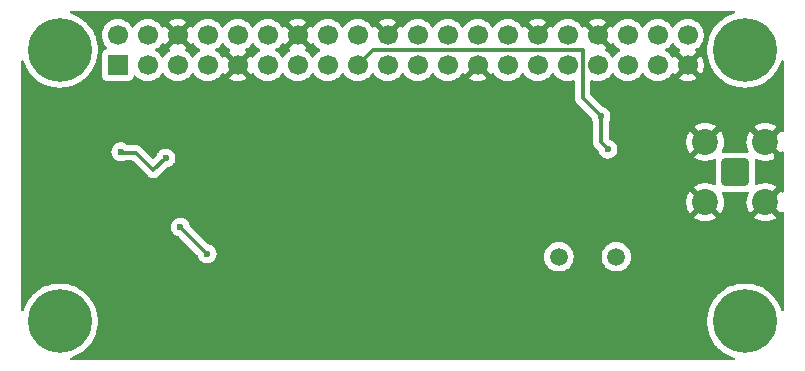
<source format=gbl>
G04 #@! TF.GenerationSoftware,KiCad,Pcbnew,9.0.5*
G04 #@! TF.CreationDate,2025-11-03T18:46:07+02:00*
G04 #@! TF.ProjectId,elecDeTrimisproiect,656c6563-4465-4547-9269-6d697370726f,rev?*
G04 #@! TF.SameCoordinates,Original*
G04 #@! TF.FileFunction,Copper,L2,Bot*
G04 #@! TF.FilePolarity,Positive*
%FSLAX46Y46*%
G04 Gerber Fmt 4.6, Leading zero omitted, Abs format (unit mm)*
G04 Created by KiCad (PCBNEW 9.0.5) date 2025-11-03 18:46:07*
%MOMM*%
%LPD*%
G01*
G04 APERTURE LIST*
G04 Aperture macros list*
%AMRoundRect*
0 Rectangle with rounded corners*
0 $1 Rounding radius*
0 $2 $3 $4 $5 $6 $7 $8 $9 X,Y pos of 4 corners*
0 Add a 4 corners polygon primitive as box body*
4,1,4,$2,$3,$4,$5,$6,$7,$8,$9,$2,$3,0*
0 Add four circle primitives for the rounded corners*
1,1,$1+$1,$2,$3*
1,1,$1+$1,$4,$5*
1,1,$1+$1,$6,$7*
1,1,$1+$1,$8,$9*
0 Add four rect primitives between the rounded corners*
20,1,$1+$1,$2,$3,$4,$5,0*
20,1,$1+$1,$4,$5,$6,$7,0*
20,1,$1+$1,$6,$7,$8,$9,0*
20,1,$1+$1,$8,$9,$2,$3,0*%
G04 Aperture macros list end*
G04 #@! TA.AperFunction,ComponentPad*
%ADD10RoundRect,0.200100X-0.949900X0.949900X-0.949900X-0.949900X0.949900X-0.949900X0.949900X0.949900X0*%
G04 #@! TD*
G04 #@! TA.AperFunction,ComponentPad*
%ADD11C,2.200000*%
G04 #@! TD*
G04 #@! TA.AperFunction,ComponentPad*
%ADD12C,1.500000*%
G04 #@! TD*
G04 #@! TA.AperFunction,ComponentPad*
%ADD13R,1.700000X1.700000*%
G04 #@! TD*
G04 #@! TA.AperFunction,ComponentPad*
%ADD14C,1.700000*%
G04 #@! TD*
G04 #@! TA.AperFunction,ComponentPad*
%ADD15C,5.400000*%
G04 #@! TD*
G04 #@! TA.AperFunction,ViaPad*
%ADD16C,0.600000*%
G04 #@! TD*
G04 #@! TA.AperFunction,Conductor*
%ADD17C,0.300000*%
G04 #@! TD*
G04 APERTURE END LIST*
D10*
G04 #@! TO.P,J2,1,In*
G04 #@! TO.N,Net-(J2-In)*
X86175000Y-43350000D03*
D11*
G04 #@! TO.P,J2,2,Ext*
G04 #@! TO.N,GNDREF*
X88725000Y-40800000D03*
X83625000Y-40800000D03*
X88725000Y-45900000D03*
X83625000Y-45900000D03*
G04 #@! TD*
D12*
G04 #@! TO.P,X1,1,1*
G04 #@! TO.N,Net-(U4-XC2)*
X71235000Y-50515000D03*
G04 #@! TO.P,X1,2,2*
G04 #@! TO.N,Net-(U4-XC1)*
X76115000Y-50515000D03*
G04 #@! TD*
D13*
G04 #@! TO.P,J1,1,Pin_1*
G04 #@! TO.N,+3.3V*
X33900000Y-34290000D03*
D14*
G04 #@! TO.P,J1,2,Pin_2*
G04 #@! TO.N,unconnected-(J1-Pin_2-Pad2)*
X33900000Y-31750000D03*
G04 #@! TO.P,J1,3,Pin_3*
G04 #@! TO.N,/SDA*
X36440000Y-34290000D03*
G04 #@! TO.P,J1,4,Pin_4*
G04 #@! TO.N,unconnected-(J1-Pin_4-Pad4)*
X36440000Y-31750000D03*
G04 #@! TO.P,J1,5,Pin_5*
G04 #@! TO.N,/SCL*
X38980000Y-34290000D03*
G04 #@! TO.P,J1,6,Pin_6*
G04 #@! TO.N,GNDREF*
X38980000Y-31750000D03*
G04 #@! TO.P,J1,7,Pin_7*
G04 #@! TO.N,unconnected-(J1-Pin_7-Pad7)*
X41520000Y-34290000D03*
G04 #@! TO.P,J1,8,Pin_8*
G04 #@! TO.N,unconnected-(J1-Pin_8-Pad8)*
X41520000Y-31750000D03*
G04 #@! TO.P,J1,9,Pin_9*
G04 #@! TO.N,GNDREF*
X44060000Y-34290000D03*
G04 #@! TO.P,J1,10,Pin_10*
G04 #@! TO.N,unconnected-(J1-Pin_10-Pad10)*
X44060000Y-31750000D03*
G04 #@! TO.P,J1,11,Pin_11*
G04 #@! TO.N,/CE*
X46600000Y-34290000D03*
G04 #@! TO.P,J1,12,Pin_12*
G04 #@! TO.N,unconnected-(J1-Pin_12-Pad12)*
X46600000Y-31750000D03*
G04 #@! TO.P,J1,13,Pin_13*
G04 #@! TO.N,unconnected-(J1-Pin_13-Pad13)*
X49140000Y-34290000D03*
G04 #@! TO.P,J1,14,Pin_14*
G04 #@! TO.N,GNDREF*
X49140000Y-31750000D03*
G04 #@! TO.P,J1,15,Pin_15*
G04 #@! TO.N,unconnected-(J1-Pin_15-Pad15)*
X51680000Y-34290000D03*
G04 #@! TO.P,J1,16,Pin_16*
G04 #@! TO.N,unconnected-(J1-Pin_16-Pad16)*
X51680000Y-31750000D03*
G04 #@! TO.P,J1,17,Pin_17*
G04 #@! TO.N,+3.3V*
X54220000Y-34290000D03*
G04 #@! TO.P,J1,18,Pin_18*
G04 #@! TO.N,/IRQ*
X54220000Y-31750000D03*
G04 #@! TO.P,J1,19,Pin_19*
G04 #@! TO.N,/MOSI*
X56760000Y-34290000D03*
G04 #@! TO.P,J1,20,Pin_20*
G04 #@! TO.N,GNDREF*
X56760000Y-31750000D03*
G04 #@! TO.P,J1,21,Pin_21*
G04 #@! TO.N,/MISO*
X59300000Y-34290000D03*
G04 #@! TO.P,J1,22,Pin_22*
G04 #@! TO.N,unconnected-(J1-Pin_22-Pad22)*
X59300000Y-31750000D03*
G04 #@! TO.P,J1,23,Pin_23*
G04 #@! TO.N,/SCK*
X61840000Y-34290000D03*
G04 #@! TO.P,J1,24,Pin_24*
G04 #@! TO.N,/CSN*
X61840000Y-31750000D03*
G04 #@! TO.P,J1,25,Pin_25*
G04 #@! TO.N,GNDREF*
X64380000Y-34290000D03*
G04 #@! TO.P,J1,26,Pin_26*
G04 #@! TO.N,unconnected-(J1-Pin_26-Pad26)*
X64380000Y-31750000D03*
G04 #@! TO.P,J1,27,Pin_27*
G04 #@! TO.N,unconnected-(J1-Pin_27-Pad27)*
X66920000Y-34290000D03*
G04 #@! TO.P,J1,28,Pin_28*
G04 #@! TO.N,unconnected-(J1-Pin_28-Pad28)*
X66920000Y-31750000D03*
G04 #@! TO.P,J1,29,Pin_29*
G04 #@! TO.N,unconnected-(J1-Pin_29-Pad29)*
X69460000Y-34290000D03*
G04 #@! TO.P,J1,30,Pin_30*
G04 #@! TO.N,GNDREF*
X69460000Y-31750000D03*
G04 #@! TO.P,J1,31,Pin_31*
G04 #@! TO.N,unconnected-(J1-Pin_31-Pad31)*
X72000000Y-34290000D03*
G04 #@! TO.P,J1,32,Pin_32*
G04 #@! TO.N,unconnected-(J1-Pin_32-Pad32)*
X72000000Y-31750000D03*
G04 #@! TO.P,J1,33,Pin_33*
G04 #@! TO.N,unconnected-(J1-Pin_33-Pad33)*
X74540000Y-34290000D03*
G04 #@! TO.P,J1,34,Pin_34*
G04 #@! TO.N,GNDREF*
X74540000Y-31750000D03*
G04 #@! TO.P,J1,35,Pin_35*
G04 #@! TO.N,unconnected-(J1-Pin_35-Pad35)*
X77080000Y-34290000D03*
G04 #@! TO.P,J1,36,Pin_36*
G04 #@! TO.N,unconnected-(J1-Pin_36-Pad36)*
X77080000Y-31750000D03*
G04 #@! TO.P,J1,37,Pin_37*
G04 #@! TO.N,unconnected-(J1-Pin_37-Pad37)*
X79620000Y-34290000D03*
G04 #@! TO.P,J1,38,Pin_38*
G04 #@! TO.N,unconnected-(J1-Pin_38-Pad38)*
X79620000Y-31750000D03*
G04 #@! TO.P,J1,39,Pin_39*
G04 #@! TO.N,GNDREF*
X82160000Y-34290000D03*
G04 #@! TO.P,J1,40,Pin_40*
G04 #@! TO.N,unconnected-(J1-Pin_40-Pad40)*
X82160000Y-31750000D03*
G04 #@! TD*
D15*
G04 #@! TO.P,REF\u002A\u002A,1*
G04 #@! TO.N,N/C*
X29000000Y-33000000D03*
G04 #@! TD*
G04 #@! TO.P,REF\u002A\u002A,1*
G04 #@! TO.N,N/C*
X87000000Y-33000000D03*
G04 #@! TD*
G04 #@! TO.P,REF\u002A\u002A,1*
G04 #@! TO.N,N/C*
X87000000Y-56000000D03*
G04 #@! TD*
G04 #@! TO.P,REF\u002A\u002A,1*
G04 #@! TO.N,N/C*
X29000000Y-56000000D03*
G04 #@! TD*
D16*
G04 #@! TO.N,GNDREF*
X71900000Y-37700000D03*
X32500000Y-43750000D03*
X32250000Y-40750000D03*
X39500000Y-57750000D03*
X33750000Y-57000000D03*
X39750000Y-53000000D03*
X53750000Y-39500000D03*
X49250000Y-43750000D03*
X53000000Y-51250000D03*
X28500000Y-46250000D03*
X44250000Y-57500000D03*
X46250000Y-54500000D03*
X44250000Y-51250000D03*
G04 #@! TO.N,+3.3V*
X41462500Y-50262500D03*
G04 #@! TO.N,GNDREF*
X32525000Y-51775000D03*
X63925000Y-47000000D03*
X54000000Y-47600000D03*
X76050000Y-46712500D03*
X89800000Y-47650000D03*
X68600000Y-39262500D03*
X81400000Y-37162500D03*
X77100000Y-39462500D03*
X87950000Y-37150000D03*
X40462500Y-47262500D03*
X67685000Y-53002500D03*
X85750000Y-52600000D03*
X35662500Y-47562500D03*
X88150000Y-52550000D03*
X68385000Y-48165000D03*
X80735000Y-53102500D03*
X80535000Y-48765000D03*
X85700000Y-48150000D03*
X87750000Y-48200000D03*
X46100000Y-39750000D03*
X85250000Y-49950000D03*
X81050000Y-41312500D03*
X76700000Y-37162500D03*
X89700000Y-37150000D03*
X63950000Y-49675000D03*
X79850000Y-45362500D03*
X72200000Y-47162500D03*
X75500000Y-37162500D03*
X77150000Y-41012500D03*
X83050000Y-48150000D03*
X76750000Y-42312500D03*
X79250000Y-39712500D03*
X89750000Y-38450000D03*
X89850000Y-49550000D03*
X66985000Y-48565000D03*
X83200000Y-49850000D03*
X28250000Y-40800000D03*
X79050000Y-37162500D03*
X54200000Y-37300000D03*
X89700000Y-43550000D03*
X39362500Y-37062500D03*
X73735000Y-51865000D03*
X89700000Y-42100000D03*
X79950000Y-46962500D03*
X54050000Y-43400000D03*
X83650000Y-52650000D03*
X67600000Y-37212500D03*
X87750000Y-49950000D03*
X64025000Y-52400000D03*
X64050000Y-42000000D03*
X66075000Y-43975000D03*
X36162500Y-40312500D03*
X45050000Y-49700000D03*
X89850000Y-51500000D03*
X53800000Y-55900000D03*
X81050000Y-39762500D03*
X28350000Y-51000000D03*
X86000000Y-37150000D03*
X69800000Y-37212500D03*
X84050000Y-37200000D03*
G04 #@! TO.N,+3.3V*
X75393750Y-41406250D03*
X34162500Y-41637500D03*
X39200000Y-48000000D03*
X37962500Y-42162500D03*
X74800000Y-38612500D03*
G04 #@! TD*
D17*
G04 #@! TO.N,+3.3V*
X74800000Y-38612500D02*
X73250000Y-37062500D01*
X73250000Y-37062500D02*
X73250000Y-36512500D01*
X75393750Y-41406250D02*
X74800000Y-40812500D01*
X74800000Y-40812500D02*
X74800000Y-38612500D01*
X73250000Y-36512500D02*
X73250000Y-33000000D01*
X73250000Y-33000000D02*
X55510000Y-33000000D01*
X55510000Y-33000000D02*
X54220000Y-34290000D01*
X34162500Y-41637500D02*
X34237500Y-41712500D01*
X35412500Y-41712500D02*
X36912500Y-43212500D01*
X36912500Y-43212500D02*
X37962500Y-42162500D01*
X34237500Y-41712500D02*
X35412500Y-41712500D01*
X41462500Y-50262500D02*
X39200000Y-48000000D01*
G04 #@! TD*
G04 #@! TA.AperFunction,Conductor*
G04 #@! TO.N,GNDREF*
G36*
X42815780Y-32378006D02*
G01*
X42851999Y-32391908D01*
X42882149Y-32416323D01*
X42897383Y-32437290D01*
X42919914Y-32476315D01*
X42919917Y-32476319D01*
X42919918Y-32476321D01*
X42987559Y-32572922D01*
X43063344Y-32663238D01*
X43063350Y-32663245D01*
X43063358Y-32663254D01*
X43146746Y-32746642D01*
X43146755Y-32746650D01*
X43146761Y-32746655D01*
X43237077Y-32822440D01*
X43237083Y-32822444D01*
X43237084Y-32822445D01*
X43333685Y-32890086D01*
X43372703Y-32912613D01*
X43373204Y-32912902D01*
X43403354Y-32937317D01*
X43424484Y-32969854D01*
X43434525Y-33007327D01*
X43432494Y-33046070D01*
X43418591Y-33082289D01*
X43394176Y-33112439D01*
X43373204Y-33127676D01*
X43333957Y-33150334D01*
X43298626Y-33175072D01*
X43930590Y-33807036D01*
X43898935Y-33815519D01*
X43838381Y-33840601D01*
X43781619Y-33873373D01*
X43729620Y-33913273D01*
X43683273Y-33959620D01*
X43643373Y-34011619D01*
X43610601Y-34068381D01*
X43585519Y-34128935D01*
X43577036Y-34160590D01*
X42945072Y-33528626D01*
X42920334Y-33563957D01*
X42897676Y-33603204D01*
X42873261Y-33633354D01*
X42840725Y-33654483D01*
X42803251Y-33664525D01*
X42764508Y-33662494D01*
X42728289Y-33648591D01*
X42698139Y-33624176D01*
X42682902Y-33603204D01*
X42682613Y-33602703D01*
X42660086Y-33563685D01*
X42592445Y-33467084D01*
X42592444Y-33467083D01*
X42592440Y-33467077D01*
X42516655Y-33376761D01*
X42516650Y-33376755D01*
X42516642Y-33376746D01*
X42433254Y-33293358D01*
X42433245Y-33293350D01*
X42433238Y-33293344D01*
X42342922Y-33217559D01*
X42246321Y-33149918D01*
X42246316Y-33149915D01*
X42246315Y-33149914D01*
X42207292Y-33127384D01*
X42177147Y-33102973D01*
X42156017Y-33070436D01*
X42145975Y-33032962D01*
X42148006Y-32994220D01*
X42161908Y-32958001D01*
X42186323Y-32927851D01*
X42207290Y-32912616D01*
X42246315Y-32890086D01*
X42342916Y-32822445D01*
X42433254Y-32746642D01*
X42516642Y-32663254D01*
X42592445Y-32572916D01*
X42660086Y-32476315D01*
X42682615Y-32437292D01*
X42707027Y-32407147D01*
X42739564Y-32386017D01*
X42777038Y-32375975D01*
X42815780Y-32378006D01*
G37*
G04 #@! TD.AperFunction*
G04 #@! TA.AperFunction,Conductor*
G36*
X80915780Y-32378006D02*
G01*
X80951999Y-32391908D01*
X80982149Y-32416323D01*
X80997383Y-32437290D01*
X81019914Y-32476315D01*
X81019917Y-32476319D01*
X81019918Y-32476321D01*
X81087559Y-32572922D01*
X81163344Y-32663238D01*
X81163350Y-32663245D01*
X81163358Y-32663254D01*
X81246746Y-32746642D01*
X81246755Y-32746650D01*
X81246761Y-32746655D01*
X81337077Y-32822440D01*
X81337083Y-32822444D01*
X81337084Y-32822445D01*
X81433685Y-32890086D01*
X81472703Y-32912613D01*
X81473204Y-32912902D01*
X81503354Y-32937317D01*
X81524484Y-32969854D01*
X81534525Y-33007327D01*
X81532494Y-33046070D01*
X81518591Y-33082289D01*
X81494176Y-33112439D01*
X81473204Y-33127676D01*
X81433957Y-33150334D01*
X81398626Y-33175072D01*
X82030590Y-33807036D01*
X81998935Y-33815519D01*
X81938381Y-33840601D01*
X81881619Y-33873373D01*
X81829620Y-33913273D01*
X81783273Y-33959620D01*
X81743373Y-34011619D01*
X81710601Y-34068381D01*
X81685519Y-34128935D01*
X81677036Y-34160590D01*
X81045072Y-33528626D01*
X81020334Y-33563957D01*
X80997676Y-33603204D01*
X80973261Y-33633354D01*
X80940725Y-33654483D01*
X80903251Y-33664525D01*
X80864508Y-33662494D01*
X80828289Y-33648591D01*
X80798139Y-33624176D01*
X80782902Y-33603204D01*
X80782613Y-33602703D01*
X80760086Y-33563685D01*
X80692445Y-33467084D01*
X80692444Y-33467083D01*
X80692440Y-33467077D01*
X80616655Y-33376761D01*
X80616650Y-33376755D01*
X80616642Y-33376746D01*
X80533254Y-33293358D01*
X80533245Y-33293350D01*
X80533238Y-33293344D01*
X80442922Y-33217559D01*
X80346321Y-33149918D01*
X80346316Y-33149915D01*
X80346315Y-33149914D01*
X80307292Y-33127384D01*
X80277147Y-33102973D01*
X80256017Y-33070436D01*
X80245975Y-33032962D01*
X80248006Y-32994220D01*
X80261908Y-32958001D01*
X80286323Y-32927851D01*
X80307290Y-32912616D01*
X80346315Y-32890086D01*
X80442916Y-32822445D01*
X80533254Y-32746642D01*
X80616642Y-32663254D01*
X80692445Y-32572916D01*
X80760086Y-32476315D01*
X80782615Y-32437292D01*
X80807027Y-32407147D01*
X80839564Y-32386017D01*
X80877038Y-32375975D01*
X80915780Y-32378006D01*
G37*
G04 #@! TD.AperFunction*
G04 #@! TA.AperFunction,Conductor*
G36*
X45355780Y-32378006D02*
G01*
X45391999Y-32391908D01*
X45422149Y-32416323D01*
X45437383Y-32437290D01*
X45459914Y-32476315D01*
X45459917Y-32476319D01*
X45459918Y-32476321D01*
X45527559Y-32572922D01*
X45603344Y-32663238D01*
X45603350Y-32663245D01*
X45603358Y-32663254D01*
X45686746Y-32746642D01*
X45686755Y-32746650D01*
X45686761Y-32746655D01*
X45777077Y-32822440D01*
X45777083Y-32822444D01*
X45777084Y-32822445D01*
X45873685Y-32890086D01*
X45896557Y-32903291D01*
X45912703Y-32912613D01*
X45942853Y-32937028D01*
X45963983Y-32969565D01*
X45974024Y-33007039D01*
X45971993Y-33045782D01*
X45958090Y-33082000D01*
X45933675Y-33112150D01*
X45912703Y-33127387D01*
X45873693Y-33149909D01*
X45873678Y-33149918D01*
X45777077Y-33217559D01*
X45686761Y-33293344D01*
X45686737Y-33293366D01*
X45603366Y-33376737D01*
X45603344Y-33376761D01*
X45527559Y-33467077D01*
X45459918Y-33563678D01*
X45459910Y-33563691D01*
X45437096Y-33603206D01*
X45412681Y-33633355D01*
X45380143Y-33654485D01*
X45342669Y-33664525D01*
X45303927Y-33662494D01*
X45267708Y-33648590D01*
X45237559Y-33624175D01*
X45222323Y-33603204D01*
X45199667Y-33563963D01*
X45199658Y-33563948D01*
X45174925Y-33528626D01*
X44542962Y-34160589D01*
X44534481Y-34128935D01*
X44509399Y-34068381D01*
X44476627Y-34011619D01*
X44436727Y-33959620D01*
X44390380Y-33913273D01*
X44338381Y-33873373D01*
X44281619Y-33840601D01*
X44221065Y-33815519D01*
X44189409Y-33807037D01*
X44821372Y-33175074D01*
X44821371Y-33175072D01*
X44786062Y-33150348D01*
X44786046Y-33150338D01*
X44746794Y-33127676D01*
X44716645Y-33103261D01*
X44695515Y-33070724D01*
X44685474Y-33033250D01*
X44687505Y-32994507D01*
X44701408Y-32958288D01*
X44725823Y-32928139D01*
X44746787Y-32912906D01*
X44786315Y-32890086D01*
X44882916Y-32822445D01*
X44973254Y-32746642D01*
X45056642Y-32663254D01*
X45132445Y-32572916D01*
X45200086Y-32476315D01*
X45222615Y-32437292D01*
X45247027Y-32407147D01*
X45279564Y-32386017D01*
X45317038Y-32375975D01*
X45355780Y-32378006D01*
G37*
G04 #@! TD.AperFunction*
G04 #@! TA.AperFunction,Conductor*
G36*
X38505519Y-31911065D02*
G01*
X38530601Y-31971619D01*
X38563373Y-32028381D01*
X38603273Y-32080380D01*
X38649620Y-32126727D01*
X38701619Y-32166627D01*
X38758381Y-32199399D01*
X38818935Y-32224481D01*
X38850590Y-32232962D01*
X38218626Y-32864925D01*
X38253948Y-32889658D01*
X38253963Y-32889667D01*
X38293204Y-32912323D01*
X38323354Y-32936738D01*
X38344483Y-32969274D01*
X38354525Y-33006748D01*
X38352494Y-33045491D01*
X38338591Y-33081710D01*
X38314176Y-33111860D01*
X38293206Y-33127096D01*
X38253691Y-33149910D01*
X38253678Y-33149918D01*
X38157077Y-33217559D01*
X38066761Y-33293344D01*
X38066737Y-33293366D01*
X37983366Y-33376737D01*
X37983344Y-33376761D01*
X37907559Y-33467077D01*
X37839918Y-33563678D01*
X37839909Y-33563693D01*
X37817387Y-33602703D01*
X37792972Y-33632853D01*
X37760435Y-33653983D01*
X37722961Y-33664024D01*
X37684218Y-33661993D01*
X37648000Y-33648090D01*
X37617850Y-33623675D01*
X37602613Y-33602703D01*
X37601712Y-33601143D01*
X37580086Y-33563685D01*
X37512445Y-33467084D01*
X37512444Y-33467083D01*
X37512440Y-33467077D01*
X37436655Y-33376761D01*
X37436650Y-33376755D01*
X37436642Y-33376746D01*
X37353254Y-33293358D01*
X37353245Y-33293350D01*
X37353238Y-33293344D01*
X37262922Y-33217559D01*
X37166321Y-33149918D01*
X37166316Y-33149915D01*
X37166315Y-33149914D01*
X37127292Y-33127384D01*
X37097147Y-33102973D01*
X37076017Y-33070436D01*
X37065975Y-33032962D01*
X37068006Y-32994220D01*
X37081908Y-32958001D01*
X37106323Y-32927851D01*
X37127290Y-32912616D01*
X37166315Y-32890086D01*
X37262916Y-32822445D01*
X37353254Y-32746642D01*
X37436642Y-32663254D01*
X37512445Y-32572916D01*
X37580086Y-32476315D01*
X37602905Y-32436790D01*
X37627316Y-32406646D01*
X37659852Y-32385516D01*
X37697326Y-32375474D01*
X37736069Y-32377504D01*
X37772288Y-32391407D01*
X37802438Y-32415822D01*
X37817676Y-32436794D01*
X37840338Y-32476046D01*
X37840348Y-32476062D01*
X37865072Y-32511371D01*
X37865074Y-32511372D01*
X38497036Y-31879409D01*
X38505519Y-31911065D01*
G37*
G04 #@! TD.AperFunction*
G04 #@! TA.AperFunction,Conductor*
G36*
X40094925Y-32511371D02*
G01*
X40119660Y-32476047D01*
X40142322Y-32436796D01*
X40166737Y-32406646D01*
X40199273Y-32385516D01*
X40236747Y-32375474D01*
X40275489Y-32377504D01*
X40311709Y-32391407D01*
X40341859Y-32415822D01*
X40357095Y-32436791D01*
X40379914Y-32476315D01*
X40379917Y-32476319D01*
X40379918Y-32476321D01*
X40447559Y-32572922D01*
X40523344Y-32663238D01*
X40523350Y-32663245D01*
X40523358Y-32663254D01*
X40606746Y-32746642D01*
X40606755Y-32746650D01*
X40606761Y-32746655D01*
X40697077Y-32822440D01*
X40697083Y-32822444D01*
X40697084Y-32822445D01*
X40793685Y-32890086D01*
X40816557Y-32903291D01*
X40832703Y-32912613D01*
X40862853Y-32937028D01*
X40883983Y-32969565D01*
X40894024Y-33007039D01*
X40891993Y-33045782D01*
X40878090Y-33082000D01*
X40853675Y-33112150D01*
X40832703Y-33127387D01*
X40793693Y-33149909D01*
X40793678Y-33149918D01*
X40697077Y-33217559D01*
X40606761Y-33293344D01*
X40606737Y-33293366D01*
X40523366Y-33376737D01*
X40523344Y-33376761D01*
X40447559Y-33467077D01*
X40379918Y-33563678D01*
X40379909Y-33563693D01*
X40357387Y-33602703D01*
X40332972Y-33632853D01*
X40300435Y-33653983D01*
X40262961Y-33664024D01*
X40224218Y-33661993D01*
X40188000Y-33648090D01*
X40157850Y-33623675D01*
X40142613Y-33602703D01*
X40141712Y-33601143D01*
X40120086Y-33563685D01*
X40052445Y-33467084D01*
X40052444Y-33467083D01*
X40052440Y-33467077D01*
X39976655Y-33376761D01*
X39976650Y-33376755D01*
X39976642Y-33376746D01*
X39893254Y-33293358D01*
X39893245Y-33293350D01*
X39893238Y-33293344D01*
X39802922Y-33217559D01*
X39706321Y-33149918D01*
X39706319Y-33149917D01*
X39706315Y-33149914D01*
X39666792Y-33127095D01*
X39636644Y-33102682D01*
X39615515Y-33070145D01*
X39605474Y-33032671D01*
X39607505Y-32993928D01*
X39621408Y-32957709D01*
X39645823Y-32927559D01*
X39666796Y-32912322D01*
X39706047Y-32889660D01*
X39741371Y-32864925D01*
X39109409Y-32232963D01*
X39141065Y-32224481D01*
X39201619Y-32199399D01*
X39258381Y-32166627D01*
X39310380Y-32126727D01*
X39356727Y-32080380D01*
X39396627Y-32028381D01*
X39429399Y-31971619D01*
X39454481Y-31911065D01*
X39462963Y-31879409D01*
X40094925Y-32511371D01*
G37*
G04 #@! TD.AperFunction*
G04 #@! TA.AperFunction,Conductor*
G36*
X48665519Y-31911065D02*
G01*
X48690601Y-31971619D01*
X48723373Y-32028381D01*
X48763273Y-32080380D01*
X48809620Y-32126727D01*
X48861619Y-32166627D01*
X48918381Y-32199399D01*
X48978935Y-32224481D01*
X49010590Y-32232962D01*
X48378626Y-32864925D01*
X48413948Y-32889658D01*
X48413963Y-32889667D01*
X48453204Y-32912323D01*
X48483354Y-32936738D01*
X48504483Y-32969274D01*
X48514525Y-33006748D01*
X48512494Y-33045491D01*
X48498591Y-33081710D01*
X48474176Y-33111860D01*
X48453206Y-33127096D01*
X48413691Y-33149910D01*
X48413678Y-33149918D01*
X48317077Y-33217559D01*
X48226761Y-33293344D01*
X48226737Y-33293366D01*
X48143366Y-33376737D01*
X48143344Y-33376761D01*
X48067559Y-33467077D01*
X47999918Y-33563678D01*
X47999909Y-33563693D01*
X47977387Y-33602703D01*
X47952972Y-33632853D01*
X47920435Y-33653983D01*
X47882961Y-33664024D01*
X47844218Y-33661993D01*
X47808000Y-33648090D01*
X47777850Y-33623675D01*
X47762613Y-33602703D01*
X47761712Y-33601143D01*
X47740086Y-33563685D01*
X47672445Y-33467084D01*
X47672444Y-33467083D01*
X47672440Y-33467077D01*
X47596655Y-33376761D01*
X47596650Y-33376755D01*
X47596642Y-33376746D01*
X47513254Y-33293358D01*
X47513245Y-33293350D01*
X47513238Y-33293344D01*
X47422922Y-33217559D01*
X47326321Y-33149918D01*
X47326316Y-33149915D01*
X47326315Y-33149914D01*
X47287292Y-33127384D01*
X47257147Y-33102973D01*
X47236017Y-33070436D01*
X47225975Y-33032962D01*
X47228006Y-32994220D01*
X47241908Y-32958001D01*
X47266323Y-32927851D01*
X47287290Y-32912616D01*
X47326315Y-32890086D01*
X47422916Y-32822445D01*
X47513254Y-32746642D01*
X47596642Y-32663254D01*
X47672445Y-32572916D01*
X47740086Y-32476315D01*
X47762905Y-32436790D01*
X47787316Y-32406646D01*
X47819852Y-32385516D01*
X47857326Y-32375474D01*
X47896069Y-32377504D01*
X47932288Y-32391407D01*
X47962438Y-32415822D01*
X47977676Y-32436794D01*
X48000338Y-32476046D01*
X48000348Y-32476062D01*
X48025072Y-32511371D01*
X48025074Y-32511372D01*
X48657036Y-31879409D01*
X48665519Y-31911065D01*
G37*
G04 #@! TD.AperFunction*
G04 #@! TA.AperFunction,Conductor*
G36*
X50254925Y-32511371D02*
G01*
X50279660Y-32476047D01*
X50302322Y-32436796D01*
X50326737Y-32406646D01*
X50359273Y-32385516D01*
X50396747Y-32375474D01*
X50435489Y-32377504D01*
X50471709Y-32391407D01*
X50501859Y-32415822D01*
X50517095Y-32436791D01*
X50539914Y-32476315D01*
X50539917Y-32476319D01*
X50539918Y-32476321D01*
X50607559Y-32572922D01*
X50683344Y-32663238D01*
X50683350Y-32663245D01*
X50683358Y-32663254D01*
X50766746Y-32746642D01*
X50766755Y-32746650D01*
X50766761Y-32746655D01*
X50857077Y-32822440D01*
X50857083Y-32822444D01*
X50857084Y-32822445D01*
X50953685Y-32890086D01*
X50976557Y-32903291D01*
X50992703Y-32912613D01*
X51022853Y-32937028D01*
X51043983Y-32969565D01*
X51054024Y-33007039D01*
X51051993Y-33045782D01*
X51038090Y-33082000D01*
X51013675Y-33112150D01*
X50992703Y-33127387D01*
X50953693Y-33149909D01*
X50953678Y-33149918D01*
X50857077Y-33217559D01*
X50766761Y-33293344D01*
X50766737Y-33293366D01*
X50683366Y-33376737D01*
X50683344Y-33376761D01*
X50607559Y-33467077D01*
X50539918Y-33563678D01*
X50539909Y-33563693D01*
X50517387Y-33602703D01*
X50492972Y-33632853D01*
X50460435Y-33653983D01*
X50422961Y-33664024D01*
X50384218Y-33661993D01*
X50348000Y-33648090D01*
X50317850Y-33623675D01*
X50302613Y-33602703D01*
X50301712Y-33601143D01*
X50280086Y-33563685D01*
X50212445Y-33467084D01*
X50212444Y-33467083D01*
X50212440Y-33467077D01*
X50136655Y-33376761D01*
X50136650Y-33376755D01*
X50136642Y-33376746D01*
X50053254Y-33293358D01*
X50053245Y-33293350D01*
X50053238Y-33293344D01*
X49962922Y-33217559D01*
X49866321Y-33149918D01*
X49866319Y-33149917D01*
X49866315Y-33149914D01*
X49826792Y-33127095D01*
X49796644Y-33102682D01*
X49775515Y-33070145D01*
X49765474Y-33032671D01*
X49767505Y-32993928D01*
X49781408Y-32957709D01*
X49805823Y-32927559D01*
X49826796Y-32912322D01*
X49866047Y-32889660D01*
X49901371Y-32864925D01*
X49269409Y-32232963D01*
X49301065Y-32224481D01*
X49361619Y-32199399D01*
X49418381Y-32166627D01*
X49470380Y-32126727D01*
X49516727Y-32080380D01*
X49556627Y-32028381D01*
X49589399Y-31971619D01*
X49614481Y-31911065D01*
X49622963Y-31879409D01*
X50254925Y-32511371D01*
G37*
G04 #@! TD.AperFunction*
G04 #@! TA.AperFunction,Conductor*
G36*
X75654925Y-32511371D02*
G01*
X75679660Y-32476047D01*
X75702322Y-32436796D01*
X75726737Y-32406646D01*
X75759273Y-32385516D01*
X75796747Y-32375474D01*
X75835489Y-32377504D01*
X75871709Y-32391407D01*
X75901859Y-32415822D01*
X75917095Y-32436791D01*
X75939914Y-32476315D01*
X75939917Y-32476319D01*
X75939918Y-32476321D01*
X76007559Y-32572922D01*
X76083344Y-32663238D01*
X76083350Y-32663245D01*
X76083358Y-32663254D01*
X76166746Y-32746642D01*
X76166755Y-32746650D01*
X76166761Y-32746655D01*
X76257077Y-32822440D01*
X76257083Y-32822444D01*
X76257084Y-32822445D01*
X76353685Y-32890086D01*
X76376557Y-32903291D01*
X76392703Y-32912613D01*
X76422853Y-32937028D01*
X76443983Y-32969565D01*
X76454024Y-33007039D01*
X76451993Y-33045782D01*
X76438090Y-33082000D01*
X76413675Y-33112150D01*
X76392703Y-33127387D01*
X76353693Y-33149909D01*
X76353678Y-33149918D01*
X76257077Y-33217559D01*
X76166761Y-33293344D01*
X76166737Y-33293366D01*
X76083366Y-33376737D01*
X76083344Y-33376761D01*
X76007559Y-33467077D01*
X75939918Y-33563678D01*
X75939909Y-33563693D01*
X75917387Y-33602703D01*
X75892972Y-33632853D01*
X75860435Y-33653983D01*
X75822961Y-33664024D01*
X75784218Y-33661993D01*
X75748000Y-33648090D01*
X75717850Y-33623675D01*
X75702613Y-33602703D01*
X75701712Y-33601143D01*
X75680086Y-33563685D01*
X75612445Y-33467084D01*
X75612444Y-33467083D01*
X75612440Y-33467077D01*
X75536655Y-33376761D01*
X75536650Y-33376755D01*
X75536642Y-33376746D01*
X75453254Y-33293358D01*
X75453245Y-33293350D01*
X75453238Y-33293344D01*
X75362922Y-33217559D01*
X75266321Y-33149918D01*
X75266319Y-33149917D01*
X75266315Y-33149914D01*
X75226792Y-33127095D01*
X75196644Y-33102682D01*
X75175515Y-33070145D01*
X75165474Y-33032671D01*
X75167505Y-32993928D01*
X75181408Y-32957709D01*
X75205823Y-32927559D01*
X75226796Y-32912322D01*
X75266047Y-32889660D01*
X75301371Y-32864925D01*
X74669409Y-32232963D01*
X74701065Y-32224481D01*
X74761619Y-32199399D01*
X74818381Y-32166627D01*
X74870380Y-32126727D01*
X74916727Y-32080380D01*
X74956627Y-32028381D01*
X74989399Y-31971619D01*
X75014481Y-31911065D01*
X75022963Y-31879409D01*
X75654925Y-32511371D01*
G37*
G04 #@! TD.AperFunction*
G04 #@! TA.AperFunction,Conductor*
G36*
X86016608Y-29700618D02*
G01*
X86017358Y-29700509D01*
X86035772Y-29703653D01*
X86054178Y-29706569D01*
X86054851Y-29706912D01*
X86055600Y-29707040D01*
X86072173Y-29715738D01*
X86088745Y-29724182D01*
X86089278Y-29724715D01*
X86089952Y-29725069D01*
X86103031Y-29738468D01*
X86116178Y-29751615D01*
X86116520Y-29752287D01*
X86117051Y-29752831D01*
X86125326Y-29769569D01*
X86133791Y-29786182D01*
X86133909Y-29786930D01*
X86134245Y-29787609D01*
X86136939Y-29806063D01*
X86139860Y-29824500D01*
X86139741Y-29825248D01*
X86139851Y-29825998D01*
X86136706Y-29844412D01*
X86133791Y-29862818D01*
X86133447Y-29863491D01*
X86133320Y-29864240D01*
X86124621Y-29880813D01*
X86116178Y-29897385D01*
X86115644Y-29897918D01*
X86115291Y-29898592D01*
X86101891Y-29911671D01*
X86088745Y-29924818D01*
X86088072Y-29925160D01*
X86087529Y-29925691D01*
X86070790Y-29933966D01*
X86054178Y-29942431D01*
X86052751Y-29942885D01*
X85955514Y-29973185D01*
X85774673Y-30041769D01*
X85598277Y-30121158D01*
X85427032Y-30211035D01*
X85427018Y-30211043D01*
X85261508Y-30311097D01*
X85261483Y-30311113D01*
X85102321Y-30420975D01*
X84950075Y-30540251D01*
X84950048Y-30540274D01*
X84805298Y-30668511D01*
X84805262Y-30668545D01*
X84668545Y-30805262D01*
X84668511Y-30805298D01*
X84540274Y-30950048D01*
X84540251Y-30950075D01*
X84420975Y-31102321D01*
X84311113Y-31261483D01*
X84311097Y-31261508D01*
X84211043Y-31427018D01*
X84211035Y-31427032D01*
X84121158Y-31598277D01*
X84041769Y-31774673D01*
X83973185Y-31955514D01*
X83915644Y-32140168D01*
X83869359Y-32327960D01*
X83869357Y-32327966D01*
X83854939Y-32406646D01*
X83836021Y-32509879D01*
X83834491Y-32518226D01*
X83811178Y-32710224D01*
X83799500Y-32903282D01*
X83799500Y-33096717D01*
X83811178Y-33289775D01*
X83825785Y-33410074D01*
X83834492Y-33481781D01*
X83849553Y-33563963D01*
X83869357Y-33672033D01*
X83869359Y-33672039D01*
X83915644Y-33859831D01*
X83973185Y-34044485D01*
X84041769Y-34225326D01*
X84121158Y-34401722D01*
X84155127Y-34466444D01*
X84211041Y-34572978D01*
X84285618Y-34696343D01*
X84311097Y-34738491D01*
X84311113Y-34738516D01*
X84402664Y-34871151D01*
X84420977Y-34897681D01*
X84540261Y-35049937D01*
X84596056Y-35112916D01*
X84668511Y-35194701D01*
X84668545Y-35194737D01*
X84805262Y-35331454D01*
X84805280Y-35331471D01*
X84805288Y-35331479D01*
X84950063Y-35459739D01*
X85102319Y-35579023D01*
X85261499Y-35688897D01*
X85427022Y-35788959D01*
X85598285Y-35878845D01*
X85774663Y-35958226D01*
X85774670Y-35958228D01*
X85774673Y-35958230D01*
X85883354Y-35999447D01*
X85955511Y-36026813D01*
X86140171Y-36084356D01*
X86327969Y-36130643D01*
X86518219Y-36165508D01*
X86710226Y-36188822D01*
X86903291Y-36200500D01*
X86903304Y-36200500D01*
X87096696Y-36200500D01*
X87096709Y-36200500D01*
X87289774Y-36188822D01*
X87481781Y-36165508D01*
X87672031Y-36130643D01*
X87859829Y-36084356D01*
X88044489Y-36026813D01*
X88225337Y-35958226D01*
X88401715Y-35878845D01*
X88572978Y-35788959D01*
X88738501Y-35688897D01*
X88897681Y-35579023D01*
X89049937Y-35459739D01*
X89194712Y-35331479D01*
X89331479Y-35194712D01*
X89459739Y-35049937D01*
X89579023Y-34897681D01*
X89688897Y-34738501D01*
X89788959Y-34572978D01*
X89878845Y-34401715D01*
X89958226Y-34225337D01*
X90026813Y-34044489D01*
X90057115Y-33947248D01*
X90074309Y-33912471D01*
X90101408Y-33884709D01*
X90135760Y-33866679D01*
X90174002Y-33860148D01*
X90212391Y-33865754D01*
X90247168Y-33882948D01*
X90274930Y-33910047D01*
X90292960Y-33944399D01*
X90299491Y-33982641D01*
X90299500Y-33984139D01*
X90299500Y-39867471D01*
X90293431Y-39905789D01*
X90275818Y-39940356D01*
X90248385Y-39967789D01*
X90213818Y-39985402D01*
X90175500Y-39991471D01*
X90137182Y-39985402D01*
X90102615Y-39967789D01*
X90075182Y-39940356D01*
X90069774Y-39932263D01*
X90056382Y-39910410D01*
X90056362Y-39910381D01*
X90019251Y-39859302D01*
X90019250Y-39859301D01*
X89364309Y-40514242D01*
X89354158Y-40489734D01*
X89308278Y-40410266D01*
X89252417Y-40337468D01*
X89187532Y-40272583D01*
X89114734Y-40216722D01*
X89035266Y-40170842D01*
X89010756Y-40160689D01*
X89665696Y-39505748D01*
X89665696Y-39505747D01*
X89614618Y-39468637D01*
X89614585Y-39468615D01*
X89507413Y-39402939D01*
X89507402Y-39402933D01*
X89395369Y-39345849D01*
X89279204Y-39297732D01*
X89159659Y-39258890D01*
X89159633Y-39258883D01*
X89037379Y-39229532D01*
X88913214Y-39209866D01*
X88913195Y-39209864D01*
X88787869Y-39200000D01*
X88662130Y-39200000D01*
X88536804Y-39209864D01*
X88536785Y-39209866D01*
X88412620Y-39229532D01*
X88290366Y-39258883D01*
X88290340Y-39258890D01*
X88170795Y-39297732D01*
X88054630Y-39345849D01*
X87942597Y-39402933D01*
X87942586Y-39402939D01*
X87835408Y-39468618D01*
X87835403Y-39468622D01*
X87784302Y-39505747D01*
X87784302Y-39505748D01*
X88439243Y-40160689D01*
X88414734Y-40170842D01*
X88335266Y-40216722D01*
X88262468Y-40272583D01*
X88197583Y-40337468D01*
X88141722Y-40410266D01*
X88095842Y-40489734D01*
X88085689Y-40514243D01*
X87430748Y-39859302D01*
X87430747Y-39859302D01*
X87393622Y-39910403D01*
X87393618Y-39910408D01*
X87327939Y-40017586D01*
X87327933Y-40017597D01*
X87270849Y-40129630D01*
X87222732Y-40245795D01*
X87183890Y-40365340D01*
X87183883Y-40365366D01*
X87154532Y-40487620D01*
X87134866Y-40611785D01*
X87134864Y-40611804D01*
X87125000Y-40737130D01*
X87125000Y-40862869D01*
X87134864Y-40988195D01*
X87134866Y-40988214D01*
X87154532Y-41112379D01*
X87183883Y-41234633D01*
X87183890Y-41234659D01*
X87222732Y-41354204D01*
X87270849Y-41470370D01*
X87296885Y-41521469D01*
X87308873Y-41558366D01*
X87308872Y-41597161D01*
X87296883Y-41634058D01*
X87274079Y-41665444D01*
X87242692Y-41688248D01*
X87205795Y-41700236D01*
X87178293Y-41701496D01*
X87147830Y-41699500D01*
X85202170Y-41699500D01*
X85171707Y-41701496D01*
X85133077Y-41697947D01*
X85097431Y-41682632D01*
X85068263Y-41657052D01*
X85048427Y-41623711D01*
X85039865Y-41585872D01*
X85043415Y-41547239D01*
X85053115Y-41521467D01*
X85079150Y-41470369D01*
X85127267Y-41354204D01*
X85166109Y-41234659D01*
X85166116Y-41234633D01*
X85195467Y-41112379D01*
X85215133Y-40988214D01*
X85215135Y-40988195D01*
X85224999Y-40862869D01*
X85225000Y-40862857D01*
X85225000Y-40737142D01*
X85224999Y-40737130D01*
X85215135Y-40611804D01*
X85215133Y-40611785D01*
X85195467Y-40487620D01*
X85166116Y-40365366D01*
X85166109Y-40365340D01*
X85127267Y-40245795D01*
X85079150Y-40129630D01*
X85022066Y-40017597D01*
X85022060Y-40017586D01*
X84956384Y-39910414D01*
X84956362Y-39910381D01*
X84919251Y-39859302D01*
X84919250Y-39859301D01*
X84264309Y-40514242D01*
X84254158Y-40489734D01*
X84208278Y-40410266D01*
X84152417Y-40337468D01*
X84087532Y-40272583D01*
X84014734Y-40216722D01*
X83935266Y-40170842D01*
X83910756Y-40160689D01*
X84565696Y-39505748D01*
X84565696Y-39505747D01*
X84514618Y-39468637D01*
X84514585Y-39468615D01*
X84407413Y-39402939D01*
X84407402Y-39402933D01*
X84295369Y-39345849D01*
X84179204Y-39297732D01*
X84059659Y-39258890D01*
X84059633Y-39258883D01*
X83937379Y-39229532D01*
X83813214Y-39209866D01*
X83813195Y-39209864D01*
X83687869Y-39200000D01*
X83562130Y-39200000D01*
X83436804Y-39209864D01*
X83436785Y-39209866D01*
X83312620Y-39229532D01*
X83190366Y-39258883D01*
X83190340Y-39258890D01*
X83070795Y-39297732D01*
X82954630Y-39345849D01*
X82842597Y-39402933D01*
X82842586Y-39402939D01*
X82735408Y-39468618D01*
X82735403Y-39468622D01*
X82684302Y-39505747D01*
X82684302Y-39505748D01*
X83339243Y-40160689D01*
X83314734Y-40170842D01*
X83235266Y-40216722D01*
X83162468Y-40272583D01*
X83097583Y-40337468D01*
X83041722Y-40410266D01*
X82995842Y-40489734D01*
X82985689Y-40514243D01*
X82330748Y-39859302D01*
X82330747Y-39859302D01*
X82293622Y-39910403D01*
X82293618Y-39910408D01*
X82227939Y-40017586D01*
X82227933Y-40017597D01*
X82170849Y-40129630D01*
X82122732Y-40245795D01*
X82083890Y-40365340D01*
X82083883Y-40365366D01*
X82054532Y-40487620D01*
X82034866Y-40611785D01*
X82034864Y-40611804D01*
X82025000Y-40737130D01*
X82025000Y-40862869D01*
X82034864Y-40988195D01*
X82034866Y-40988214D01*
X82054532Y-41112379D01*
X82083883Y-41234633D01*
X82083890Y-41234659D01*
X82122732Y-41354204D01*
X82170849Y-41470369D01*
X82227933Y-41582402D01*
X82227939Y-41582413D01*
X82293615Y-41689585D01*
X82293637Y-41689618D01*
X82330747Y-41740696D01*
X82330748Y-41740696D01*
X82985689Y-41085755D01*
X82995842Y-41110266D01*
X83041722Y-41189734D01*
X83097583Y-41262532D01*
X83162468Y-41327417D01*
X83235266Y-41383278D01*
X83314734Y-41429158D01*
X83339242Y-41439309D01*
X82684301Y-42094250D01*
X82684302Y-42094251D01*
X82735381Y-42131362D01*
X82735414Y-42131384D01*
X82842586Y-42197060D01*
X82842597Y-42197066D01*
X82954630Y-42254150D01*
X83070795Y-42302267D01*
X83190340Y-42341109D01*
X83190366Y-42341116D01*
X83312620Y-42370467D01*
X83436785Y-42390133D01*
X83436804Y-42390135D01*
X83562130Y-42399999D01*
X83562142Y-42400000D01*
X83687858Y-42400000D01*
X83687869Y-42399999D01*
X83813195Y-42390135D01*
X83813214Y-42390133D01*
X83937379Y-42370467D01*
X84059633Y-42341116D01*
X84059659Y-42341109D01*
X84179204Y-42302267D01*
X84295369Y-42254150D01*
X84346467Y-42228115D01*
X84383364Y-42216127D01*
X84422160Y-42216127D01*
X84459057Y-42228115D01*
X84490443Y-42250919D01*
X84513247Y-42282305D01*
X84525235Y-42319202D01*
X84526496Y-42346706D01*
X84524500Y-42377170D01*
X84524500Y-44322830D01*
X84526497Y-44353289D01*
X84522947Y-44391922D01*
X84507632Y-44427567D01*
X84482052Y-44456736D01*
X84448711Y-44476571D01*
X84410872Y-44485134D01*
X84372239Y-44481584D01*
X84346469Y-44471885D01*
X84295370Y-44445849D01*
X84179204Y-44397732D01*
X84059659Y-44358890D01*
X84059633Y-44358883D01*
X83937379Y-44329532D01*
X83813214Y-44309866D01*
X83813195Y-44309864D01*
X83687869Y-44300000D01*
X83562130Y-44300000D01*
X83436804Y-44309864D01*
X83436785Y-44309866D01*
X83312620Y-44329532D01*
X83190366Y-44358883D01*
X83190340Y-44358890D01*
X83070795Y-44397732D01*
X82954630Y-44445849D01*
X82842597Y-44502933D01*
X82842586Y-44502939D01*
X82735408Y-44568618D01*
X82735403Y-44568622D01*
X82684302Y-44605747D01*
X82684302Y-44605748D01*
X83339243Y-45260689D01*
X83314734Y-45270842D01*
X83235266Y-45316722D01*
X83162468Y-45372583D01*
X83097583Y-45437468D01*
X83041722Y-45510266D01*
X82995842Y-45589734D01*
X82985689Y-45614243D01*
X82330748Y-44959302D01*
X82330747Y-44959302D01*
X82293622Y-45010403D01*
X82293618Y-45010408D01*
X82227939Y-45117586D01*
X82227933Y-45117597D01*
X82170849Y-45229630D01*
X82122732Y-45345795D01*
X82083890Y-45465340D01*
X82083883Y-45465366D01*
X82054532Y-45587620D01*
X82034866Y-45711785D01*
X82034864Y-45711804D01*
X82025000Y-45837130D01*
X82025000Y-45962869D01*
X82034864Y-46088195D01*
X82034866Y-46088214D01*
X82054532Y-46212379D01*
X82083883Y-46334633D01*
X82083890Y-46334659D01*
X82122732Y-46454204D01*
X82170849Y-46570369D01*
X82227933Y-46682402D01*
X82227939Y-46682413D01*
X82293615Y-46789585D01*
X82293637Y-46789618D01*
X82330747Y-46840696D01*
X82330748Y-46840696D01*
X82985689Y-46185755D01*
X82995842Y-46210266D01*
X83041722Y-46289734D01*
X83097583Y-46362532D01*
X83162468Y-46427417D01*
X83235266Y-46483278D01*
X83314734Y-46529158D01*
X83339243Y-46539309D01*
X82684301Y-47194250D01*
X82684302Y-47194251D01*
X82735381Y-47231362D01*
X82735414Y-47231384D01*
X82842586Y-47297060D01*
X82842597Y-47297066D01*
X82954630Y-47354150D01*
X83070795Y-47402267D01*
X83190340Y-47441109D01*
X83190366Y-47441116D01*
X83312620Y-47470467D01*
X83436785Y-47490133D01*
X83436804Y-47490135D01*
X83562130Y-47499999D01*
X83562142Y-47500000D01*
X83687858Y-47500000D01*
X83687869Y-47499999D01*
X83813195Y-47490135D01*
X83813214Y-47490133D01*
X83937379Y-47470467D01*
X84059633Y-47441116D01*
X84059659Y-47441109D01*
X84179204Y-47402267D01*
X84295369Y-47354150D01*
X84407402Y-47297066D01*
X84407413Y-47297060D01*
X84514582Y-47231386D01*
X84514604Y-47231372D01*
X84565696Y-47194250D01*
X84565697Y-47194250D01*
X83910756Y-46539310D01*
X83935266Y-46529158D01*
X84014734Y-46483278D01*
X84087532Y-46427417D01*
X84152417Y-46362532D01*
X84208278Y-46289734D01*
X84254158Y-46210266D01*
X84264310Y-46185756D01*
X84919250Y-46840697D01*
X84919250Y-46840696D01*
X84956372Y-46789604D01*
X84956386Y-46789582D01*
X85022060Y-46682413D01*
X85022066Y-46682402D01*
X85079150Y-46570369D01*
X85127267Y-46454204D01*
X85166109Y-46334659D01*
X85166116Y-46334633D01*
X85195467Y-46212379D01*
X85215133Y-46088214D01*
X85215135Y-46088195D01*
X85224999Y-45962869D01*
X85225000Y-45962857D01*
X85225000Y-45837142D01*
X85224999Y-45837130D01*
X85215135Y-45711804D01*
X85215133Y-45711785D01*
X85195467Y-45587620D01*
X85166116Y-45465366D01*
X85166109Y-45465340D01*
X85127267Y-45345795D01*
X85079148Y-45229625D01*
X85053115Y-45178531D01*
X85041127Y-45141634D01*
X85041127Y-45102838D01*
X85053116Y-45065942D01*
X85075919Y-45034555D01*
X85107306Y-45011752D01*
X85144203Y-44999764D01*
X85171707Y-44998503D01*
X85199189Y-45000304D01*
X85202169Y-45000500D01*
X85202170Y-45000500D01*
X87147830Y-45000500D01*
X87178289Y-44998503D01*
X87216919Y-45002051D01*
X87252564Y-45017365D01*
X87281733Y-45042944D01*
X87301570Y-45076285D01*
X87310133Y-45114123D01*
X87306585Y-45152757D01*
X87296885Y-45178530D01*
X87270849Y-45229629D01*
X87222732Y-45345795D01*
X87183890Y-45465340D01*
X87183883Y-45465366D01*
X87154532Y-45587620D01*
X87134866Y-45711785D01*
X87134864Y-45711804D01*
X87125000Y-45837130D01*
X87125000Y-45962869D01*
X87134864Y-46088195D01*
X87134866Y-46088214D01*
X87154532Y-46212379D01*
X87183883Y-46334633D01*
X87183890Y-46334659D01*
X87222732Y-46454204D01*
X87270849Y-46570369D01*
X87327933Y-46682402D01*
X87327939Y-46682413D01*
X87393615Y-46789585D01*
X87393637Y-46789618D01*
X87430747Y-46840696D01*
X87430748Y-46840696D01*
X88085689Y-46185755D01*
X88095842Y-46210266D01*
X88141722Y-46289734D01*
X88197583Y-46362532D01*
X88262468Y-46427417D01*
X88335266Y-46483278D01*
X88414734Y-46529158D01*
X88439243Y-46539309D01*
X87784301Y-47194250D01*
X87784302Y-47194251D01*
X87835381Y-47231362D01*
X87835414Y-47231384D01*
X87942586Y-47297060D01*
X87942597Y-47297066D01*
X88054630Y-47354150D01*
X88170795Y-47402267D01*
X88290340Y-47441109D01*
X88290366Y-47441116D01*
X88412620Y-47470467D01*
X88536785Y-47490133D01*
X88536804Y-47490135D01*
X88662130Y-47499999D01*
X88662142Y-47500000D01*
X88787858Y-47500000D01*
X88787869Y-47499999D01*
X88913195Y-47490135D01*
X88913214Y-47490133D01*
X89037379Y-47470467D01*
X89159633Y-47441116D01*
X89159659Y-47441109D01*
X89279204Y-47402267D01*
X89395369Y-47354150D01*
X89507402Y-47297066D01*
X89507413Y-47297060D01*
X89614582Y-47231386D01*
X89614604Y-47231372D01*
X89665696Y-47194250D01*
X89665697Y-47194250D01*
X89010756Y-46539310D01*
X89035266Y-46529158D01*
X89114734Y-46483278D01*
X89187532Y-46427417D01*
X89252417Y-46362532D01*
X89308278Y-46289734D01*
X89354158Y-46210266D01*
X89364309Y-46185756D01*
X90019250Y-46840697D01*
X90019250Y-46840696D01*
X90056372Y-46789604D01*
X90056386Y-46789582D01*
X90069773Y-46767738D01*
X90094968Y-46738238D01*
X90128047Y-46717967D01*
X90165771Y-46708910D01*
X90204447Y-46711954D01*
X90240290Y-46726801D01*
X90269790Y-46751996D01*
X90290061Y-46785075D01*
X90299118Y-46822799D01*
X90299500Y-46832528D01*
X90299500Y-55015860D01*
X90293431Y-55054178D01*
X90275818Y-55088745D01*
X90248385Y-55116178D01*
X90213818Y-55133791D01*
X90175500Y-55139860D01*
X90137182Y-55133791D01*
X90102615Y-55116178D01*
X90075182Y-55088745D01*
X90057569Y-55054178D01*
X90057115Y-55052751D01*
X90026814Y-54955514D01*
X89958230Y-54774673D01*
X89958228Y-54774670D01*
X89958226Y-54774663D01*
X89878845Y-54598285D01*
X89788959Y-54427022D01*
X89688897Y-54261499D01*
X89579023Y-54102319D01*
X89459739Y-53950063D01*
X89331479Y-53805288D01*
X89331471Y-53805280D01*
X89331454Y-53805262D01*
X89194737Y-53668545D01*
X89194701Y-53668511D01*
X89151402Y-53630151D01*
X89049937Y-53540261D01*
X88897681Y-53420977D01*
X88871151Y-53402664D01*
X88738516Y-53311113D01*
X88738508Y-53311108D01*
X88738501Y-53311103D01*
X88572978Y-53211041D01*
X88572967Y-53211035D01*
X88401722Y-53121158D01*
X88225326Y-53041769D01*
X88044485Y-52973185D01*
X87859831Y-52915644D01*
X87672039Y-52869359D01*
X87672033Y-52869357D01*
X87588277Y-52854008D01*
X87481781Y-52834492D01*
X87481773Y-52834491D01*
X87289775Y-52811178D01*
X87096717Y-52799500D01*
X87096709Y-52799500D01*
X86903291Y-52799500D01*
X86903282Y-52799500D01*
X86710224Y-52811178D01*
X86518226Y-52834491D01*
X86518223Y-52834491D01*
X86518219Y-52834492D01*
X86453598Y-52846334D01*
X86327966Y-52869357D01*
X86327960Y-52869359D01*
X86140168Y-52915644D01*
X85955514Y-52973185D01*
X85774673Y-53041769D01*
X85598277Y-53121158D01*
X85427032Y-53211035D01*
X85427018Y-53211043D01*
X85261508Y-53311097D01*
X85261483Y-53311113D01*
X85102321Y-53420975D01*
X84950075Y-53540251D01*
X84950048Y-53540274D01*
X84805298Y-53668511D01*
X84805262Y-53668545D01*
X84668545Y-53805262D01*
X84668511Y-53805298D01*
X84540274Y-53950048D01*
X84540251Y-53950075D01*
X84420975Y-54102321D01*
X84311113Y-54261483D01*
X84311097Y-54261508D01*
X84211043Y-54427018D01*
X84211035Y-54427032D01*
X84121158Y-54598277D01*
X84041769Y-54774673D01*
X83973185Y-54955514D01*
X83915644Y-55140168D01*
X83869359Y-55327960D01*
X83869357Y-55327966D01*
X83834491Y-55518226D01*
X83811178Y-55710224D01*
X83799500Y-55903282D01*
X83799500Y-56096717D01*
X83811178Y-56289774D01*
X83834492Y-56481781D01*
X83851200Y-56572952D01*
X83869357Y-56672033D01*
X83869359Y-56672039D01*
X83915644Y-56859831D01*
X83973185Y-57044485D01*
X84041769Y-57225326D01*
X84121158Y-57401722D01*
X84211035Y-57572967D01*
X84211041Y-57572978D01*
X84311103Y-57738501D01*
X84420977Y-57897681D01*
X84540261Y-58049937D01*
X84603110Y-58120878D01*
X84668511Y-58194701D01*
X84668545Y-58194737D01*
X84805262Y-58331454D01*
X84805280Y-58331471D01*
X84805288Y-58331479D01*
X84950063Y-58459739D01*
X85102319Y-58579023D01*
X85261499Y-58688897D01*
X85427022Y-58788959D01*
X85598285Y-58878845D01*
X85774663Y-58958226D01*
X85774670Y-58958228D01*
X85774673Y-58958230D01*
X85955514Y-59026814D01*
X86052751Y-59057115D01*
X86087529Y-59074309D01*
X86115291Y-59101408D01*
X86133320Y-59135760D01*
X86139851Y-59174002D01*
X86134245Y-59212391D01*
X86117051Y-59247169D01*
X86089952Y-59274931D01*
X86055600Y-59292960D01*
X86017358Y-59299491D01*
X86015860Y-59299500D01*
X29984140Y-59299500D01*
X29945822Y-59293431D01*
X29911255Y-59275818D01*
X29883822Y-59248385D01*
X29866209Y-59213818D01*
X29860140Y-59175500D01*
X29866209Y-59137182D01*
X29883822Y-59102615D01*
X29911255Y-59075182D01*
X29945822Y-59057569D01*
X29947249Y-59057115D01*
X30010834Y-59037300D01*
X30044489Y-59026813D01*
X30225337Y-58958226D01*
X30401715Y-58878845D01*
X30572978Y-58788959D01*
X30738501Y-58688897D01*
X30897681Y-58579023D01*
X31049937Y-58459739D01*
X31194712Y-58331479D01*
X31331479Y-58194712D01*
X31459739Y-58049937D01*
X31579023Y-57897681D01*
X31688897Y-57738501D01*
X31788959Y-57572978D01*
X31878845Y-57401715D01*
X31958226Y-57225337D01*
X32026813Y-57044489D01*
X32084356Y-56859829D01*
X32130643Y-56672031D01*
X32165508Y-56481781D01*
X32188822Y-56289774D01*
X32200500Y-56096709D01*
X32200500Y-55903291D01*
X32188822Y-55710226D01*
X32165508Y-55518219D01*
X32130643Y-55327969D01*
X32084356Y-55140171D01*
X32026813Y-54955511D01*
X31958226Y-54774663D01*
X31878845Y-54598285D01*
X31788959Y-54427022D01*
X31688897Y-54261499D01*
X31579023Y-54102319D01*
X31459739Y-53950063D01*
X31331479Y-53805288D01*
X31331471Y-53805280D01*
X31331454Y-53805262D01*
X31194737Y-53668545D01*
X31194701Y-53668511D01*
X31151402Y-53630151D01*
X31049937Y-53540261D01*
X30897681Y-53420977D01*
X30871151Y-53402664D01*
X30738516Y-53311113D01*
X30738508Y-53311108D01*
X30738501Y-53311103D01*
X30572978Y-53211041D01*
X30572967Y-53211035D01*
X30401722Y-53121158D01*
X30225326Y-53041769D01*
X30044485Y-52973185D01*
X29859831Y-52915644D01*
X29672039Y-52869359D01*
X29672033Y-52869357D01*
X29588277Y-52854008D01*
X29481781Y-52834492D01*
X29481773Y-52834491D01*
X29289775Y-52811178D01*
X29096717Y-52799500D01*
X29096709Y-52799500D01*
X28903291Y-52799500D01*
X28903282Y-52799500D01*
X28710224Y-52811178D01*
X28518226Y-52834491D01*
X28518223Y-52834491D01*
X28518219Y-52834492D01*
X28453598Y-52846334D01*
X28327966Y-52869357D01*
X28327960Y-52869359D01*
X28140168Y-52915644D01*
X27955514Y-52973185D01*
X27774673Y-53041769D01*
X27598277Y-53121158D01*
X27427032Y-53211035D01*
X27427018Y-53211043D01*
X27261508Y-53311097D01*
X27261483Y-53311113D01*
X27102321Y-53420975D01*
X26950075Y-53540251D01*
X26950048Y-53540274D01*
X26805298Y-53668511D01*
X26805262Y-53668545D01*
X26668545Y-53805262D01*
X26668511Y-53805298D01*
X26540274Y-53950048D01*
X26540251Y-53950075D01*
X26420975Y-54102321D01*
X26311113Y-54261483D01*
X26311097Y-54261508D01*
X26211043Y-54427018D01*
X26211035Y-54427032D01*
X26121158Y-54598277D01*
X26041769Y-54774673D01*
X25973185Y-54955514D01*
X25942885Y-55052751D01*
X25925691Y-55087529D01*
X25898592Y-55115291D01*
X25864240Y-55133320D01*
X25825998Y-55139851D01*
X25787609Y-55134245D01*
X25752831Y-55117051D01*
X25725069Y-55089952D01*
X25707040Y-55055600D01*
X25700509Y-55017358D01*
X25700500Y-55015860D01*
X25700500Y-47955040D01*
X38399500Y-47955040D01*
X38399500Y-48044959D01*
X38409565Y-48134287D01*
X38409567Y-48134303D01*
X38429572Y-48221950D01*
X38429574Y-48221956D01*
X38459267Y-48306818D01*
X38498282Y-48387831D01*
X38546110Y-48463949D01*
X38546112Y-48463952D01*
X38546115Y-48463956D01*
X38602173Y-48534251D01*
X38665749Y-48597827D01*
X38736044Y-48653885D01*
X38812173Y-48701720D01*
X38888436Y-48738446D01*
X38893181Y-48740732D01*
X38919988Y-48750111D01*
X38978044Y-48770426D01*
X39037075Y-48783899D01*
X39073081Y-48798342D01*
X39097163Y-48817109D01*
X40645390Y-50365336D01*
X40668194Y-50396722D01*
X40678600Y-50425424D01*
X40692073Y-50484453D01*
X40692074Y-50484456D01*
X40721767Y-50569318D01*
X40760782Y-50650331D01*
X40808610Y-50726449D01*
X40808612Y-50726452D01*
X40808615Y-50726456D01*
X40864673Y-50796751D01*
X40928249Y-50860327D01*
X40998544Y-50916385D01*
X40998548Y-50916387D01*
X40998550Y-50916389D01*
X41074668Y-50964217D01*
X41074673Y-50964220D01*
X41150936Y-51000946D01*
X41155681Y-51003232D01*
X41182488Y-51012611D01*
X41240544Y-51032926D01*
X41328200Y-51052933D01*
X41417540Y-51062999D01*
X41417541Y-51063000D01*
X41417545Y-51063000D01*
X41507459Y-51063000D01*
X41507459Y-51062999D01*
X41596800Y-51052933D01*
X41684456Y-51032926D01*
X41769321Y-51003231D01*
X41850327Y-50964220D01*
X41926456Y-50916385D01*
X41996751Y-50860327D01*
X42060327Y-50796751D01*
X42116385Y-50726456D01*
X42164220Y-50650327D01*
X42203231Y-50569321D01*
X42232926Y-50484456D01*
X42239976Y-50453569D01*
X69984500Y-50453569D01*
X69984500Y-50576430D01*
X69996542Y-50698705D01*
X69996542Y-50698707D01*
X70020507Y-50819192D01*
X70020510Y-50819203D01*
X70056180Y-50936794D01*
X70103199Y-51050304D01*
X70103201Y-51050309D01*
X70161110Y-51158649D01*
X70161121Y-51158667D01*
X70229381Y-51260825D01*
X70307327Y-51355802D01*
X70394197Y-51442672D01*
X70489174Y-51520618D01*
X70489180Y-51520622D01*
X70591339Y-51588883D01*
X70591348Y-51588888D01*
X70591350Y-51588889D01*
X70699690Y-51646798D01*
X70699692Y-51646798D01*
X70699698Y-51646802D01*
X70768875Y-51675456D01*
X70813205Y-51693819D01*
X70813209Y-51693820D01*
X70813211Y-51693821D01*
X70930787Y-51729487D01*
X70930793Y-51729488D01*
X70930796Y-51729489D01*
X70930807Y-51729492D01*
X71031659Y-51749551D01*
X71051292Y-51753457D01*
X71173567Y-51765500D01*
X71173569Y-51765500D01*
X71296431Y-51765500D01*
X71296433Y-51765500D01*
X71418708Y-51753457D01*
X71442163Y-51748791D01*
X71539192Y-51729492D01*
X71539203Y-51729489D01*
X71539203Y-51729488D01*
X71539213Y-51729487D01*
X71656789Y-51693821D01*
X71770302Y-51646802D01*
X71878661Y-51588883D01*
X71980820Y-51520622D01*
X72075797Y-51442677D01*
X72162677Y-51355797D01*
X72240622Y-51260820D01*
X72308883Y-51158661D01*
X72366802Y-51050302D01*
X72413821Y-50936789D01*
X72449487Y-50819213D01*
X72449489Y-50819203D01*
X72449492Y-50819192D01*
X72473457Y-50698707D01*
X72473457Y-50698705D01*
X72478222Y-50650331D01*
X72485500Y-50576433D01*
X72485500Y-50453569D01*
X74864500Y-50453569D01*
X74864500Y-50576430D01*
X74876542Y-50698705D01*
X74876542Y-50698707D01*
X74900507Y-50819192D01*
X74900510Y-50819203D01*
X74936180Y-50936794D01*
X74983199Y-51050304D01*
X74983201Y-51050309D01*
X75041110Y-51158649D01*
X75041121Y-51158667D01*
X75109381Y-51260825D01*
X75187327Y-51355802D01*
X75274197Y-51442672D01*
X75369174Y-51520618D01*
X75369180Y-51520622D01*
X75471339Y-51588883D01*
X75471348Y-51588888D01*
X75471350Y-51588889D01*
X75579690Y-51646798D01*
X75579692Y-51646798D01*
X75579698Y-51646802D01*
X75648875Y-51675456D01*
X75693205Y-51693819D01*
X75693209Y-51693820D01*
X75693211Y-51693821D01*
X75810787Y-51729487D01*
X75810793Y-51729488D01*
X75810796Y-51729489D01*
X75810807Y-51729492D01*
X75911659Y-51749551D01*
X75931292Y-51753457D01*
X76053567Y-51765500D01*
X76053569Y-51765500D01*
X76176431Y-51765500D01*
X76176433Y-51765500D01*
X76298708Y-51753457D01*
X76322163Y-51748791D01*
X76419192Y-51729492D01*
X76419203Y-51729489D01*
X76419203Y-51729488D01*
X76419213Y-51729487D01*
X76536789Y-51693821D01*
X76650302Y-51646802D01*
X76758661Y-51588883D01*
X76860820Y-51520622D01*
X76955797Y-51442677D01*
X77042677Y-51355797D01*
X77120622Y-51260820D01*
X77188883Y-51158661D01*
X77246802Y-51050302D01*
X77293821Y-50936789D01*
X77329487Y-50819213D01*
X77329489Y-50819203D01*
X77329492Y-50819192D01*
X77353457Y-50698707D01*
X77353457Y-50698705D01*
X77358222Y-50650331D01*
X77365500Y-50576433D01*
X77365500Y-50453567D01*
X77353457Y-50331292D01*
X77329492Y-50210807D01*
X77329489Y-50210796D01*
X77329488Y-50210793D01*
X77329487Y-50210787D01*
X77293821Y-50093211D01*
X77246802Y-49979698D01*
X77190662Y-49874668D01*
X77188889Y-49871350D01*
X77188888Y-49871348D01*
X77188883Y-49871339D01*
X77120622Y-49769180D01*
X77120618Y-49769174D01*
X77042672Y-49674197D01*
X76955802Y-49587327D01*
X76860825Y-49509381D01*
X76758667Y-49441121D01*
X76758666Y-49441120D01*
X76758661Y-49441117D01*
X76758656Y-49441114D01*
X76758649Y-49441110D01*
X76650309Y-49383201D01*
X76650304Y-49383199D01*
X76536794Y-49336180D01*
X76419203Y-49300510D01*
X76419192Y-49300507D01*
X76298706Y-49276542D01*
X76200517Y-49266872D01*
X76176433Y-49264500D01*
X76053567Y-49264500D01*
X76029483Y-49266872D01*
X75931294Y-49276542D01*
X75931292Y-49276542D01*
X75810807Y-49300507D01*
X75810796Y-49300510D01*
X75693205Y-49336180D01*
X75579695Y-49383199D01*
X75579690Y-49383201D01*
X75471350Y-49441110D01*
X75471332Y-49441121D01*
X75369174Y-49509381D01*
X75274197Y-49587327D01*
X75187327Y-49674197D01*
X75109381Y-49769174D01*
X75041121Y-49871332D01*
X75041110Y-49871350D01*
X74983201Y-49979690D01*
X74983199Y-49979695D01*
X74936180Y-50093205D01*
X74900510Y-50210796D01*
X74900507Y-50210807D01*
X74876542Y-50331292D01*
X74876542Y-50331294D01*
X74864500Y-50453569D01*
X72485500Y-50453569D01*
X72485500Y-50453567D01*
X72473457Y-50331292D01*
X72449492Y-50210807D01*
X72449489Y-50210796D01*
X72449488Y-50210793D01*
X72449487Y-50210787D01*
X72413821Y-50093211D01*
X72366802Y-49979698D01*
X72310662Y-49874668D01*
X72308889Y-49871350D01*
X72308888Y-49871348D01*
X72308883Y-49871339D01*
X72240622Y-49769180D01*
X72240618Y-49769174D01*
X72162672Y-49674197D01*
X72075802Y-49587327D01*
X71980825Y-49509381D01*
X71878667Y-49441121D01*
X71878666Y-49441120D01*
X71878661Y-49441117D01*
X71878656Y-49441114D01*
X71878649Y-49441110D01*
X71770309Y-49383201D01*
X71770304Y-49383199D01*
X71656794Y-49336180D01*
X71539203Y-49300510D01*
X71539192Y-49300507D01*
X71418706Y-49276542D01*
X71320517Y-49266872D01*
X71296433Y-49264500D01*
X71173567Y-49264500D01*
X71149483Y-49266872D01*
X71051294Y-49276542D01*
X71051292Y-49276542D01*
X70930807Y-49300507D01*
X70930796Y-49300510D01*
X70813205Y-49336180D01*
X70699695Y-49383199D01*
X70699690Y-49383201D01*
X70591350Y-49441110D01*
X70591332Y-49441121D01*
X70489174Y-49509381D01*
X70394197Y-49587327D01*
X70307327Y-49674197D01*
X70229381Y-49769174D01*
X70161121Y-49871332D01*
X70161110Y-49871350D01*
X70103201Y-49979690D01*
X70103199Y-49979695D01*
X70056180Y-50093205D01*
X70020510Y-50210796D01*
X70020507Y-50210807D01*
X69996542Y-50331292D01*
X69996542Y-50331294D01*
X69984500Y-50453569D01*
X42239976Y-50453569D01*
X42252933Y-50396800D01*
X42263000Y-50307455D01*
X42263000Y-50217545D01*
X42252933Y-50128200D01*
X42232926Y-50040544D01*
X42203231Y-49955679D01*
X42164220Y-49874673D01*
X42116385Y-49798544D01*
X42060327Y-49728249D01*
X41996751Y-49664673D01*
X41926456Y-49608615D01*
X41926452Y-49608612D01*
X41926449Y-49608610D01*
X41850331Y-49560782D01*
X41769318Y-49521767D01*
X41684456Y-49492074D01*
X41684453Y-49492073D01*
X41625424Y-49478600D01*
X41589417Y-49464156D01*
X41565336Y-49445390D01*
X40017109Y-47897163D01*
X39994305Y-47865777D01*
X39983899Y-47837074D01*
X39970427Y-47778049D01*
X39970426Y-47778044D01*
X39940731Y-47693179D01*
X39901720Y-47612173D01*
X39853885Y-47536044D01*
X39797827Y-47465749D01*
X39734251Y-47402173D01*
X39663956Y-47346115D01*
X39663952Y-47346112D01*
X39663949Y-47346110D01*
X39587831Y-47298282D01*
X39506819Y-47259268D01*
X39421956Y-47229574D01*
X39421950Y-47229572D01*
X39334303Y-47209567D01*
X39334287Y-47209565D01*
X39244959Y-47199500D01*
X39244955Y-47199500D01*
X39155045Y-47199500D01*
X39155041Y-47199500D01*
X39065712Y-47209565D01*
X39065696Y-47209567D01*
X38978049Y-47229572D01*
X38978043Y-47229574D01*
X38893181Y-47259267D01*
X38812168Y-47298282D01*
X38736050Y-47346110D01*
X38665748Y-47402173D01*
X38602173Y-47465748D01*
X38546110Y-47536050D01*
X38498282Y-47612168D01*
X38459267Y-47693181D01*
X38429574Y-47778043D01*
X38429572Y-47778049D01*
X38409567Y-47865696D01*
X38409565Y-47865712D01*
X38399500Y-47955040D01*
X25700500Y-47955040D01*
X25700500Y-41592540D01*
X33362000Y-41592540D01*
X33362000Y-41682459D01*
X33372065Y-41771787D01*
X33372067Y-41771803D01*
X33392072Y-41859450D01*
X33392074Y-41859456D01*
X33421767Y-41944318D01*
X33460782Y-42025331D01*
X33508610Y-42101449D01*
X33508612Y-42101452D01*
X33508615Y-42101456D01*
X33564673Y-42171751D01*
X33628249Y-42235327D01*
X33698544Y-42291385D01*
X33698548Y-42291387D01*
X33698550Y-42291389D01*
X33774668Y-42339217D01*
X33774673Y-42339220D01*
X33824052Y-42363000D01*
X33855681Y-42378232D01*
X33873452Y-42384450D01*
X33940544Y-42407926D01*
X34028200Y-42427933D01*
X34117540Y-42437999D01*
X34117541Y-42438000D01*
X34117545Y-42438000D01*
X34207459Y-42438000D01*
X34207459Y-42437999D01*
X34296800Y-42427933D01*
X34384456Y-42407926D01*
X34469321Y-42378231D01*
X34469320Y-42378231D01*
X34469324Y-42378230D01*
X34469327Y-42378228D01*
X34475448Y-42375281D01*
X34512604Y-42364122D01*
X34529251Y-42363000D01*
X35091692Y-42363000D01*
X35130010Y-42369069D01*
X35164577Y-42386682D01*
X35179373Y-42399319D01*
X36422379Y-43642325D01*
X36482674Y-43702620D01*
X36550315Y-43754524D01*
X36550318Y-43754526D01*
X36550326Y-43754532D01*
X36594634Y-43780113D01*
X36624170Y-43797166D01*
X36624172Y-43797166D01*
X36624174Y-43797168D01*
X36670323Y-43816283D01*
X36670326Y-43816285D01*
X36686638Y-43823041D01*
X36702954Y-43829800D01*
X36785321Y-43851870D01*
X36854754Y-43861010D01*
X36869863Y-43863000D01*
X36869864Y-43863000D01*
X36955137Y-43863000D01*
X36983317Y-43859290D01*
X37039679Y-43851870D01*
X37122045Y-43829800D01*
X37200826Y-43797168D01*
X37274674Y-43754532D01*
X37342325Y-43702621D01*
X38065338Y-42979606D01*
X38096721Y-42956805D01*
X38125421Y-42946400D01*
X38184456Y-42932926D01*
X38269321Y-42903231D01*
X38350327Y-42864220D01*
X38426456Y-42816385D01*
X38496751Y-42760327D01*
X38560327Y-42696751D01*
X38616385Y-42626456D01*
X38664220Y-42550327D01*
X38703231Y-42469321D01*
X38732926Y-42384456D01*
X38752933Y-42296800D01*
X38763000Y-42207455D01*
X38763000Y-42117545D01*
X38752933Y-42028200D01*
X38732926Y-41940544D01*
X38703231Y-41855679D01*
X38664220Y-41774673D01*
X38662407Y-41771787D01*
X38616389Y-41698550D01*
X38616387Y-41698548D01*
X38616385Y-41698544D01*
X38560327Y-41628249D01*
X38496751Y-41564673D01*
X38426456Y-41508615D01*
X38426452Y-41508612D01*
X38426449Y-41508610D01*
X38350331Y-41460782D01*
X38269318Y-41421767D01*
X38184456Y-41392074D01*
X38184450Y-41392072D01*
X38096803Y-41372067D01*
X38096787Y-41372065D01*
X38007459Y-41362000D01*
X38007455Y-41362000D01*
X37917545Y-41362000D01*
X37917541Y-41362000D01*
X37828212Y-41372065D01*
X37828196Y-41372067D01*
X37740549Y-41392072D01*
X37740543Y-41392074D01*
X37655681Y-41421767D01*
X37574668Y-41460782D01*
X37498550Y-41508610D01*
X37428248Y-41564673D01*
X37364673Y-41628248D01*
X37308610Y-41698550D01*
X37260782Y-41774668D01*
X37221767Y-41855681D01*
X37192074Y-41940543D01*
X37178600Y-41999575D01*
X37172912Y-42013752D01*
X37168194Y-42028276D01*
X37165721Y-42031678D01*
X37164156Y-42035582D01*
X37145390Y-42059662D01*
X37000180Y-42204872D01*
X36968794Y-42227676D01*
X36931897Y-42239664D01*
X36893101Y-42239664D01*
X36856204Y-42227676D01*
X36824818Y-42204872D01*
X35842333Y-41222386D01*
X35842325Y-41222379D01*
X35774684Y-41170475D01*
X35774678Y-41170471D01*
X35774674Y-41170468D01*
X35770711Y-41168180D01*
X35700829Y-41127833D01*
X35700819Y-41127829D01*
X35622047Y-41095200D01*
X35539677Y-41073129D01*
X35455137Y-41062000D01*
X35455136Y-41062000D01*
X34768138Y-41062000D01*
X34729820Y-41055931D01*
X34695253Y-41038318D01*
X34690827Y-41034948D01*
X34626453Y-40983613D01*
X34550331Y-40935782D01*
X34469318Y-40896767D01*
X34384456Y-40867074D01*
X34384450Y-40867072D01*
X34296803Y-40847067D01*
X34296787Y-40847065D01*
X34207459Y-40837000D01*
X34207455Y-40837000D01*
X34117545Y-40837000D01*
X34117541Y-40837000D01*
X34028212Y-40847065D01*
X34028196Y-40847067D01*
X33940549Y-40867072D01*
X33940543Y-40867074D01*
X33855681Y-40896767D01*
X33774668Y-40935782D01*
X33698550Y-40983610D01*
X33628248Y-41039673D01*
X33564673Y-41103248D01*
X33508610Y-41173550D01*
X33460782Y-41249668D01*
X33421767Y-41330681D01*
X33392074Y-41415543D01*
X33392072Y-41415549D01*
X33372067Y-41503196D01*
X33372065Y-41503212D01*
X33362000Y-41592540D01*
X25700500Y-41592540D01*
X25700500Y-33984139D01*
X25706569Y-33945821D01*
X25724182Y-33911254D01*
X25751615Y-33883821D01*
X25786182Y-33866208D01*
X25824500Y-33860139D01*
X25862818Y-33866208D01*
X25897385Y-33883821D01*
X25924818Y-33911254D01*
X25942431Y-33945821D01*
X25942885Y-33947248D01*
X25973185Y-34044485D01*
X26041769Y-34225326D01*
X26121158Y-34401722D01*
X26155127Y-34466444D01*
X26211041Y-34572978D01*
X26285618Y-34696343D01*
X26311097Y-34738491D01*
X26311113Y-34738516D01*
X26402664Y-34871151D01*
X26420977Y-34897681D01*
X26540261Y-35049937D01*
X26596056Y-35112916D01*
X26668511Y-35194701D01*
X26668545Y-35194737D01*
X26805262Y-35331454D01*
X26805280Y-35331471D01*
X26805288Y-35331479D01*
X26950063Y-35459739D01*
X27102319Y-35579023D01*
X27261499Y-35688897D01*
X27427022Y-35788959D01*
X27598285Y-35878845D01*
X27774663Y-35958226D01*
X27774670Y-35958228D01*
X27774673Y-35958230D01*
X27883354Y-35999447D01*
X27955511Y-36026813D01*
X28140171Y-36084356D01*
X28327969Y-36130643D01*
X28518219Y-36165508D01*
X28710226Y-36188822D01*
X28903291Y-36200500D01*
X28903304Y-36200500D01*
X29096696Y-36200500D01*
X29096709Y-36200500D01*
X29289774Y-36188822D01*
X29481781Y-36165508D01*
X29672031Y-36130643D01*
X29859829Y-36084356D01*
X30044489Y-36026813D01*
X30225337Y-35958226D01*
X30401715Y-35878845D01*
X30572978Y-35788959D01*
X30738501Y-35688897D01*
X30897681Y-35579023D01*
X31049937Y-35459739D01*
X31194712Y-35331479D01*
X31331479Y-35194712D01*
X31459739Y-35049937D01*
X31579023Y-34897681D01*
X31688897Y-34738501D01*
X31788959Y-34572978D01*
X31878845Y-34401715D01*
X31958226Y-34225337D01*
X32026813Y-34044489D01*
X32084356Y-33859829D01*
X32130643Y-33672031D01*
X32165508Y-33481781D01*
X32188822Y-33289774D01*
X32200500Y-33096709D01*
X32200500Y-32903291D01*
X32188822Y-32710226D01*
X32165508Y-32518219D01*
X32130643Y-32327969D01*
X32084356Y-32140171D01*
X32026813Y-31955511D01*
X31958226Y-31774663D01*
X31920587Y-31691032D01*
X32549500Y-31691032D01*
X32549500Y-31808967D01*
X32559778Y-31926446D01*
X32580255Y-32042574D01*
X32580258Y-32042587D01*
X32610774Y-32156479D01*
X32610777Y-32156489D01*
X32610778Y-32156490D01*
X32641699Y-32241445D01*
X32651117Y-32267319D01*
X32694629Y-32360630D01*
X32700950Y-32374186D01*
X32759913Y-32476314D01*
X32759918Y-32476321D01*
X32827559Y-32572922D01*
X32903344Y-32663238D01*
X32903350Y-32663245D01*
X32903358Y-32663254D01*
X32903366Y-32663262D01*
X32985282Y-32745178D01*
X33008086Y-32776564D01*
X33020074Y-32813461D01*
X33020074Y-32852257D01*
X33008086Y-32889154D01*
X32985282Y-32920540D01*
X32953896Y-32943344D01*
X32928168Y-32953033D01*
X32926288Y-32953510D01*
X32926282Y-32953512D01*
X32853470Y-32978099D01*
X32797732Y-33007039D01*
X32785265Y-33013512D01*
X32785258Y-33013516D01*
X32723266Y-33058919D01*
X32668919Y-33113266D01*
X32623516Y-33175258D01*
X32623512Y-33175265D01*
X32588099Y-33243470D01*
X32588098Y-33243473D01*
X32563512Y-33316281D01*
X32550328Y-33391995D01*
X32549500Y-33409257D01*
X32549500Y-35170729D01*
X32550219Y-35185739D01*
X32550328Y-35188006D01*
X32563512Y-35263718D01*
X32588099Y-35336530D01*
X32623512Y-35404735D01*
X32623514Y-35404738D01*
X32623516Y-35404741D01*
X32668919Y-35466733D01*
X32723266Y-35521080D01*
X32785258Y-35566483D01*
X32785265Y-35566488D01*
X32853470Y-35601901D01*
X32926282Y-35626488D01*
X33001994Y-35639672D01*
X33019269Y-35640500D01*
X34780730Y-35640499D01*
X34798006Y-35639672D01*
X34873718Y-35626488D01*
X34946530Y-35601901D01*
X35014735Y-35566488D01*
X35076736Y-35521078D01*
X35131078Y-35466736D01*
X35176488Y-35404735D01*
X35211901Y-35336530D01*
X35236488Y-35263718D01*
X35236491Y-35263696D01*
X35236961Y-35261853D01*
X35237689Y-35260158D01*
X35238008Y-35259215D01*
X35238083Y-35259240D01*
X35252282Y-35226211D01*
X35277867Y-35197047D01*
X35311212Y-35177217D01*
X35349053Y-35168662D01*
X35387685Y-35172219D01*
X35423327Y-35187540D01*
X35444821Y-35204717D01*
X35526746Y-35286642D01*
X35526755Y-35286650D01*
X35526761Y-35286655D01*
X35617077Y-35362440D01*
X35617083Y-35362444D01*
X35617084Y-35362445D01*
X35713685Y-35430086D01*
X35815814Y-35489050D01*
X35840500Y-35500561D01*
X35922680Y-35538882D01*
X35922685Y-35538883D01*
X35922694Y-35538888D01*
X36033510Y-35579222D01*
X36033516Y-35579223D01*
X36033520Y-35579225D01*
X36064536Y-35587535D01*
X36147420Y-35609744D01*
X36263556Y-35630222D01*
X36381034Y-35640499D01*
X36381035Y-35640500D01*
X36381036Y-35640500D01*
X36498965Y-35640500D01*
X36498965Y-35640499D01*
X36616444Y-35630222D01*
X36732580Y-35609744D01*
X36846490Y-35579222D01*
X36957306Y-35538888D01*
X37064186Y-35489050D01*
X37166315Y-35430086D01*
X37262916Y-35362445D01*
X37353254Y-35286642D01*
X37436642Y-35203254D01*
X37512445Y-35112916D01*
X37580086Y-35016315D01*
X37602615Y-34977292D01*
X37627027Y-34947147D01*
X37659564Y-34926017D01*
X37697038Y-34915975D01*
X37735780Y-34918006D01*
X37771999Y-34931908D01*
X37802149Y-34956323D01*
X37817383Y-34977290D01*
X37839914Y-35016315D01*
X37839917Y-35016319D01*
X37839918Y-35016321D01*
X37907559Y-35112922D01*
X37983344Y-35203238D01*
X37983350Y-35203245D01*
X37983358Y-35203254D01*
X38066746Y-35286642D01*
X38066755Y-35286650D01*
X38066761Y-35286655D01*
X38157077Y-35362440D01*
X38157083Y-35362444D01*
X38157084Y-35362445D01*
X38253685Y-35430086D01*
X38355814Y-35489050D01*
X38380500Y-35500561D01*
X38462680Y-35538882D01*
X38462685Y-35538883D01*
X38462694Y-35538888D01*
X38573510Y-35579222D01*
X38573516Y-35579223D01*
X38573520Y-35579225D01*
X38604536Y-35587535D01*
X38687420Y-35609744D01*
X38803556Y-35630222D01*
X38921034Y-35640499D01*
X38921035Y-35640500D01*
X38921036Y-35640500D01*
X39038965Y-35640500D01*
X39038965Y-35640499D01*
X39156444Y-35630222D01*
X39272580Y-35609744D01*
X39386490Y-35579222D01*
X39497306Y-35538888D01*
X39604186Y-35489050D01*
X39706315Y-35430086D01*
X39802916Y-35362445D01*
X39893254Y-35286642D01*
X39976642Y-35203254D01*
X40052445Y-35112916D01*
X40120086Y-35016315D01*
X40142615Y-34977292D01*
X40167027Y-34947147D01*
X40199564Y-34926017D01*
X40237038Y-34915975D01*
X40275780Y-34918006D01*
X40311999Y-34931908D01*
X40342149Y-34956323D01*
X40357383Y-34977290D01*
X40379914Y-35016315D01*
X40379917Y-35016319D01*
X40379918Y-35016321D01*
X40447559Y-35112922D01*
X40523344Y-35203238D01*
X40523350Y-35203245D01*
X40523358Y-35203254D01*
X40606746Y-35286642D01*
X40606755Y-35286650D01*
X40606761Y-35286655D01*
X40697077Y-35362440D01*
X40697083Y-35362444D01*
X40697084Y-35362445D01*
X40793685Y-35430086D01*
X40895814Y-35489050D01*
X40920500Y-35500561D01*
X41002680Y-35538882D01*
X41002685Y-35538883D01*
X41002694Y-35538888D01*
X41113510Y-35579222D01*
X41113516Y-35579223D01*
X41113520Y-35579225D01*
X41144536Y-35587535D01*
X41227420Y-35609744D01*
X41343556Y-35630222D01*
X41461034Y-35640499D01*
X41461035Y-35640500D01*
X41461036Y-35640500D01*
X41578965Y-35640500D01*
X41578965Y-35640499D01*
X41696444Y-35630222D01*
X41812580Y-35609744D01*
X41926490Y-35579222D01*
X42037306Y-35538888D01*
X42144186Y-35489050D01*
X42246315Y-35430086D01*
X42342916Y-35362445D01*
X42433254Y-35286642D01*
X42516642Y-35203254D01*
X42592445Y-35112916D01*
X42660086Y-35016315D01*
X42682905Y-34976790D01*
X42707316Y-34946646D01*
X42739852Y-34925516D01*
X42777326Y-34915474D01*
X42816069Y-34917504D01*
X42852288Y-34931407D01*
X42882438Y-34955822D01*
X42897676Y-34976794D01*
X42920338Y-35016046D01*
X42920348Y-35016062D01*
X42945072Y-35051371D01*
X42945074Y-35051372D01*
X43577036Y-34419409D01*
X43585519Y-34451065D01*
X43610601Y-34511619D01*
X43643373Y-34568381D01*
X43683273Y-34620380D01*
X43729620Y-34666727D01*
X43781619Y-34706627D01*
X43838381Y-34739399D01*
X43898935Y-34764481D01*
X43930590Y-34772962D01*
X43298626Y-35404925D01*
X43333948Y-35429658D01*
X43333963Y-35429667D01*
X43436039Y-35488601D01*
X43436055Y-35488609D01*
X43542867Y-35538417D01*
X43542875Y-35538420D01*
X43653657Y-35578742D01*
X43767526Y-35609254D01*
X43767533Y-35609255D01*
X43883620Y-35629725D01*
X43883619Y-35629725D01*
X44001054Y-35639999D01*
X44001057Y-35640000D01*
X44118943Y-35640000D01*
X44118945Y-35639999D01*
X44236380Y-35629725D01*
X44352466Y-35609255D01*
X44352473Y-35609254D01*
X44466341Y-35578742D01*
X44466343Y-35578742D01*
X44577124Y-35538420D01*
X44577132Y-35538417D01*
X44683944Y-35488609D01*
X44683960Y-35488601D01*
X44786043Y-35429663D01*
X44821371Y-35404925D01*
X44189409Y-34772963D01*
X44221065Y-34764481D01*
X44281619Y-34739399D01*
X44338381Y-34706627D01*
X44390380Y-34666727D01*
X44436727Y-34620380D01*
X44476627Y-34568381D01*
X44509399Y-34511619D01*
X44534481Y-34451065D01*
X44542963Y-34419409D01*
X45174925Y-35051371D01*
X45199660Y-35016047D01*
X45222322Y-34976796D01*
X45246737Y-34946646D01*
X45279273Y-34925516D01*
X45316747Y-34915474D01*
X45355489Y-34917504D01*
X45391709Y-34931407D01*
X45421859Y-34955822D01*
X45437095Y-34976791D01*
X45459914Y-35016315D01*
X45459917Y-35016319D01*
X45459918Y-35016321D01*
X45527559Y-35112922D01*
X45603344Y-35203238D01*
X45603350Y-35203245D01*
X45603358Y-35203254D01*
X45686746Y-35286642D01*
X45686755Y-35286650D01*
X45686761Y-35286655D01*
X45777077Y-35362440D01*
X45777083Y-35362444D01*
X45777084Y-35362445D01*
X45873685Y-35430086D01*
X45975814Y-35489050D01*
X46000500Y-35500561D01*
X46082680Y-35538882D01*
X46082685Y-35538883D01*
X46082694Y-35538888D01*
X46193510Y-35579222D01*
X46193516Y-35579223D01*
X46193520Y-35579225D01*
X46224536Y-35587535D01*
X46307420Y-35609744D01*
X46423556Y-35630222D01*
X46541034Y-35640499D01*
X46541035Y-35640500D01*
X46541036Y-35640500D01*
X46658965Y-35640500D01*
X46658965Y-35640499D01*
X46776444Y-35630222D01*
X46892580Y-35609744D01*
X47006490Y-35579222D01*
X47117306Y-35538888D01*
X47224186Y-35489050D01*
X47326315Y-35430086D01*
X47422916Y-35362445D01*
X47513254Y-35286642D01*
X47596642Y-35203254D01*
X47672445Y-35112916D01*
X47740086Y-35016315D01*
X47762615Y-34977292D01*
X47787027Y-34947147D01*
X47819564Y-34926017D01*
X47857038Y-34915975D01*
X47895780Y-34918006D01*
X47931999Y-34931908D01*
X47962149Y-34956323D01*
X47977383Y-34977290D01*
X47999914Y-35016315D01*
X47999917Y-35016319D01*
X47999918Y-35016321D01*
X48067559Y-35112922D01*
X48143344Y-35203238D01*
X48143350Y-35203245D01*
X48143358Y-35203254D01*
X48226746Y-35286642D01*
X48226755Y-35286650D01*
X48226761Y-35286655D01*
X48317077Y-35362440D01*
X48317083Y-35362444D01*
X48317084Y-35362445D01*
X48413685Y-35430086D01*
X48515814Y-35489050D01*
X48540500Y-35500561D01*
X48622680Y-35538882D01*
X48622685Y-35538883D01*
X48622694Y-35538888D01*
X48733510Y-35579222D01*
X48733516Y-35579223D01*
X48733520Y-35579225D01*
X48764536Y-35587535D01*
X48847420Y-35609744D01*
X48963556Y-35630222D01*
X49081034Y-35640499D01*
X49081035Y-35640500D01*
X49081036Y-35640500D01*
X49198965Y-35640500D01*
X49198965Y-35640499D01*
X49316444Y-35630222D01*
X49432580Y-35609744D01*
X49546490Y-35579222D01*
X49657306Y-35538888D01*
X49764186Y-35489050D01*
X49866315Y-35430086D01*
X49962916Y-35362445D01*
X50053254Y-35286642D01*
X50136642Y-35203254D01*
X50212445Y-35112916D01*
X50280086Y-35016315D01*
X50302615Y-34977292D01*
X50327027Y-34947147D01*
X50359564Y-34926017D01*
X50397038Y-34915975D01*
X50435780Y-34918006D01*
X50471999Y-34931908D01*
X50502149Y-34956323D01*
X50517383Y-34977290D01*
X50539914Y-35016315D01*
X50539917Y-35016319D01*
X50539918Y-35016321D01*
X50607559Y-35112922D01*
X50683344Y-35203238D01*
X50683350Y-35203245D01*
X50683358Y-35203254D01*
X50766746Y-35286642D01*
X50766755Y-35286650D01*
X50766761Y-35286655D01*
X50857077Y-35362440D01*
X50857083Y-35362444D01*
X50857084Y-35362445D01*
X50953685Y-35430086D01*
X51055814Y-35489050D01*
X51080500Y-35500561D01*
X51162680Y-35538882D01*
X51162685Y-35538883D01*
X51162694Y-35538888D01*
X51273510Y-35579222D01*
X51273516Y-35579223D01*
X51273520Y-35579225D01*
X51304536Y-35587535D01*
X51387420Y-35609744D01*
X51503556Y-35630222D01*
X51621034Y-35640499D01*
X51621035Y-35640500D01*
X51621036Y-35640500D01*
X51738965Y-35640500D01*
X51738965Y-35640499D01*
X51856444Y-35630222D01*
X51972580Y-35609744D01*
X52086490Y-35579222D01*
X52197306Y-35538888D01*
X52304186Y-35489050D01*
X52406315Y-35430086D01*
X52502916Y-35362445D01*
X52593254Y-35286642D01*
X52676642Y-35203254D01*
X52752445Y-35112916D01*
X52820086Y-35016315D01*
X52842615Y-34977292D01*
X52867027Y-34947147D01*
X52899564Y-34926017D01*
X52937038Y-34915975D01*
X52975780Y-34918006D01*
X53011999Y-34931908D01*
X53042149Y-34956323D01*
X53057383Y-34977290D01*
X53079914Y-35016315D01*
X53079917Y-35016319D01*
X53079918Y-35016321D01*
X53147559Y-35112922D01*
X53223344Y-35203238D01*
X53223350Y-35203245D01*
X53223358Y-35203254D01*
X53306746Y-35286642D01*
X53306755Y-35286650D01*
X53306761Y-35286655D01*
X53397077Y-35362440D01*
X53397083Y-35362444D01*
X53397084Y-35362445D01*
X53493685Y-35430086D01*
X53595814Y-35489050D01*
X53620500Y-35500561D01*
X53702680Y-35538882D01*
X53702685Y-35538883D01*
X53702694Y-35538888D01*
X53813510Y-35579222D01*
X53813516Y-35579223D01*
X53813520Y-35579225D01*
X53844536Y-35587535D01*
X53927420Y-35609744D01*
X54043556Y-35630222D01*
X54161034Y-35640499D01*
X54161035Y-35640500D01*
X54161036Y-35640500D01*
X54278965Y-35640500D01*
X54278965Y-35640499D01*
X54396444Y-35630222D01*
X54512580Y-35609744D01*
X54626490Y-35579222D01*
X54737306Y-35538888D01*
X54844186Y-35489050D01*
X54946315Y-35430086D01*
X55042916Y-35362445D01*
X55133254Y-35286642D01*
X55216642Y-35203254D01*
X55292445Y-35112916D01*
X55360086Y-35016315D01*
X55382615Y-34977292D01*
X55407027Y-34947147D01*
X55439564Y-34926017D01*
X55477038Y-34915975D01*
X55515780Y-34918006D01*
X55551999Y-34931908D01*
X55582149Y-34956323D01*
X55597383Y-34977290D01*
X55619914Y-35016315D01*
X55619917Y-35016319D01*
X55619918Y-35016321D01*
X55687559Y-35112922D01*
X55763344Y-35203238D01*
X55763350Y-35203245D01*
X55763358Y-35203254D01*
X55846746Y-35286642D01*
X55846755Y-35286650D01*
X55846761Y-35286655D01*
X55937077Y-35362440D01*
X55937083Y-35362444D01*
X55937084Y-35362445D01*
X56033685Y-35430086D01*
X56135814Y-35489050D01*
X56160500Y-35500561D01*
X56242680Y-35538882D01*
X56242685Y-35538883D01*
X56242694Y-35538888D01*
X56353510Y-35579222D01*
X56353516Y-35579223D01*
X56353520Y-35579225D01*
X56384536Y-35587535D01*
X56467420Y-35609744D01*
X56583556Y-35630222D01*
X56701034Y-35640499D01*
X56701035Y-35640500D01*
X56701036Y-35640500D01*
X56818965Y-35640500D01*
X56818965Y-35640499D01*
X56936444Y-35630222D01*
X57052580Y-35609744D01*
X57166490Y-35579222D01*
X57277306Y-35538888D01*
X57384186Y-35489050D01*
X57486315Y-35430086D01*
X57582916Y-35362445D01*
X57673254Y-35286642D01*
X57756642Y-35203254D01*
X57832445Y-35112916D01*
X57900086Y-35016315D01*
X57922615Y-34977292D01*
X57947027Y-34947147D01*
X57979564Y-34926017D01*
X58017038Y-34915975D01*
X58055780Y-34918006D01*
X58091999Y-34931908D01*
X58122149Y-34956323D01*
X58137383Y-34977290D01*
X58159914Y-35016315D01*
X58159917Y-35016319D01*
X58159918Y-35016321D01*
X58227559Y-35112922D01*
X58303344Y-35203238D01*
X58303350Y-35203245D01*
X58303358Y-35203254D01*
X58386746Y-35286642D01*
X58386755Y-35286650D01*
X58386761Y-35286655D01*
X58477077Y-35362440D01*
X58477083Y-35362444D01*
X58477084Y-35362445D01*
X58573685Y-35430086D01*
X58675814Y-35489050D01*
X58700500Y-35500561D01*
X58782680Y-35538882D01*
X58782685Y-35538883D01*
X58782694Y-35538888D01*
X58893510Y-35579222D01*
X58893516Y-35579223D01*
X58893520Y-35579225D01*
X58924536Y-35587535D01*
X59007420Y-35609744D01*
X59123556Y-35630222D01*
X59241034Y-35640499D01*
X59241035Y-35640500D01*
X59241036Y-35640500D01*
X59358965Y-35640500D01*
X59358965Y-35640499D01*
X59476444Y-35630222D01*
X59592580Y-35609744D01*
X59706490Y-35579222D01*
X59817306Y-35538888D01*
X59924186Y-35489050D01*
X60026315Y-35430086D01*
X60122916Y-35362445D01*
X60213254Y-35286642D01*
X60296642Y-35203254D01*
X60372445Y-35112916D01*
X60440086Y-35016315D01*
X60462615Y-34977292D01*
X60487027Y-34947147D01*
X60519564Y-34926017D01*
X60557038Y-34915975D01*
X60595780Y-34918006D01*
X60631999Y-34931908D01*
X60662149Y-34956323D01*
X60677383Y-34977290D01*
X60699914Y-35016315D01*
X60699917Y-35016319D01*
X60699918Y-35016321D01*
X60767559Y-35112922D01*
X60843344Y-35203238D01*
X60843350Y-35203245D01*
X60843358Y-35203254D01*
X60926746Y-35286642D01*
X60926755Y-35286650D01*
X60926761Y-35286655D01*
X61017077Y-35362440D01*
X61017083Y-35362444D01*
X61017084Y-35362445D01*
X61113685Y-35430086D01*
X61215814Y-35489050D01*
X61240500Y-35500561D01*
X61322680Y-35538882D01*
X61322685Y-35538883D01*
X61322694Y-35538888D01*
X61433510Y-35579222D01*
X61433516Y-35579223D01*
X61433520Y-35579225D01*
X61464536Y-35587535D01*
X61547420Y-35609744D01*
X61663556Y-35630222D01*
X61781034Y-35640499D01*
X61781035Y-35640500D01*
X61781036Y-35640500D01*
X61898965Y-35640500D01*
X61898965Y-35640499D01*
X62016444Y-35630222D01*
X62132580Y-35609744D01*
X62246490Y-35579222D01*
X62357306Y-35538888D01*
X62464186Y-35489050D01*
X62566315Y-35430086D01*
X62662916Y-35362445D01*
X62753254Y-35286642D01*
X62836642Y-35203254D01*
X62912445Y-35112916D01*
X62980086Y-35016315D01*
X63002905Y-34976790D01*
X63027316Y-34946646D01*
X63059852Y-34925516D01*
X63097326Y-34915474D01*
X63136069Y-34917504D01*
X63172288Y-34931407D01*
X63202438Y-34955822D01*
X63217676Y-34976794D01*
X63240338Y-35016046D01*
X63240348Y-35016062D01*
X63265072Y-35051371D01*
X63265073Y-35051372D01*
X63897036Y-34419408D01*
X63905519Y-34451065D01*
X63930601Y-34511619D01*
X63963373Y-34568381D01*
X64003273Y-34620380D01*
X64049620Y-34666727D01*
X64101619Y-34706627D01*
X64158381Y-34739399D01*
X64218935Y-34764481D01*
X64250590Y-34772962D01*
X63618626Y-35404925D01*
X63653948Y-35429658D01*
X63653963Y-35429667D01*
X63756039Y-35488601D01*
X63756055Y-35488609D01*
X63862867Y-35538417D01*
X63862875Y-35538420D01*
X63973657Y-35578742D01*
X64087526Y-35609254D01*
X64087533Y-35609255D01*
X64203620Y-35629725D01*
X64203619Y-35629725D01*
X64321054Y-35639999D01*
X64321057Y-35640000D01*
X64438943Y-35640000D01*
X64438945Y-35639999D01*
X64556380Y-35629725D01*
X64672466Y-35609255D01*
X64672473Y-35609254D01*
X64786341Y-35578742D01*
X64786343Y-35578742D01*
X64897124Y-35538420D01*
X64897132Y-35538417D01*
X65003944Y-35488609D01*
X65003960Y-35488601D01*
X65106043Y-35429663D01*
X65141371Y-35404925D01*
X64509409Y-34772963D01*
X64541065Y-34764481D01*
X64601619Y-34739399D01*
X64658381Y-34706627D01*
X64710380Y-34666727D01*
X64756727Y-34620380D01*
X64796627Y-34568381D01*
X64829399Y-34511619D01*
X64854481Y-34451065D01*
X64862963Y-34419409D01*
X65494925Y-35051371D01*
X65519660Y-35016047D01*
X65542322Y-34976796D01*
X65566737Y-34946646D01*
X65599273Y-34925516D01*
X65636747Y-34915474D01*
X65675489Y-34917504D01*
X65711709Y-34931407D01*
X65741859Y-34955822D01*
X65757095Y-34976791D01*
X65779914Y-35016315D01*
X65779917Y-35016319D01*
X65779918Y-35016321D01*
X65847559Y-35112922D01*
X65923344Y-35203238D01*
X65923350Y-35203245D01*
X65923358Y-35203254D01*
X66006746Y-35286642D01*
X66006755Y-35286650D01*
X66006761Y-35286655D01*
X66097077Y-35362440D01*
X66097083Y-35362444D01*
X66097084Y-35362445D01*
X66193685Y-35430086D01*
X66295814Y-35489050D01*
X66320500Y-35500561D01*
X66402680Y-35538882D01*
X66402685Y-35538883D01*
X66402694Y-35538888D01*
X66513510Y-35579222D01*
X66513516Y-35579223D01*
X66513520Y-35579225D01*
X66544536Y-35587535D01*
X66627420Y-35609744D01*
X66743556Y-35630222D01*
X66861034Y-35640499D01*
X66861035Y-35640500D01*
X66861036Y-35640500D01*
X66978965Y-35640500D01*
X66978965Y-35640499D01*
X67096444Y-35630222D01*
X67212580Y-35609744D01*
X67326490Y-35579222D01*
X67437306Y-35538888D01*
X67544186Y-35489050D01*
X67646315Y-35430086D01*
X67742916Y-35362445D01*
X67833254Y-35286642D01*
X67916642Y-35203254D01*
X67992445Y-35112916D01*
X68060086Y-35016315D01*
X68082615Y-34977292D01*
X68107027Y-34947147D01*
X68139564Y-34926017D01*
X68177038Y-34915975D01*
X68215780Y-34918006D01*
X68251999Y-34931908D01*
X68282149Y-34956323D01*
X68297383Y-34977290D01*
X68319914Y-35016315D01*
X68319917Y-35016319D01*
X68319918Y-35016321D01*
X68387559Y-35112922D01*
X68463344Y-35203238D01*
X68463350Y-35203245D01*
X68463358Y-35203254D01*
X68546746Y-35286642D01*
X68546755Y-35286650D01*
X68546761Y-35286655D01*
X68637077Y-35362440D01*
X68637083Y-35362444D01*
X68637084Y-35362445D01*
X68733685Y-35430086D01*
X68835814Y-35489050D01*
X68860500Y-35500561D01*
X68942680Y-35538882D01*
X68942685Y-35538883D01*
X68942694Y-35538888D01*
X69053510Y-35579222D01*
X69053516Y-35579223D01*
X69053520Y-35579225D01*
X69084536Y-35587535D01*
X69167420Y-35609744D01*
X69283556Y-35630222D01*
X69401034Y-35640499D01*
X69401035Y-35640500D01*
X69401036Y-35640500D01*
X69518965Y-35640500D01*
X69518965Y-35640499D01*
X69636444Y-35630222D01*
X69752580Y-35609744D01*
X69866490Y-35579222D01*
X69977306Y-35538888D01*
X70084186Y-35489050D01*
X70186315Y-35430086D01*
X70282916Y-35362445D01*
X70373254Y-35286642D01*
X70456642Y-35203254D01*
X70532445Y-35112916D01*
X70600086Y-35016315D01*
X70622615Y-34977292D01*
X70647027Y-34947147D01*
X70679564Y-34926017D01*
X70717038Y-34915975D01*
X70755780Y-34918006D01*
X70791999Y-34931908D01*
X70822149Y-34956323D01*
X70837383Y-34977290D01*
X70859914Y-35016315D01*
X70859917Y-35016319D01*
X70859918Y-35016321D01*
X70927559Y-35112922D01*
X71003344Y-35203238D01*
X71003350Y-35203245D01*
X71003358Y-35203254D01*
X71086746Y-35286642D01*
X71086755Y-35286650D01*
X71086761Y-35286655D01*
X71177077Y-35362440D01*
X71177083Y-35362444D01*
X71177084Y-35362445D01*
X71273685Y-35430086D01*
X71375814Y-35489050D01*
X71400500Y-35500561D01*
X71482680Y-35538882D01*
X71482685Y-35538883D01*
X71482694Y-35538888D01*
X71593510Y-35579222D01*
X71593516Y-35579223D01*
X71593520Y-35579225D01*
X71624536Y-35587535D01*
X71707420Y-35609744D01*
X71823556Y-35630222D01*
X71941034Y-35640499D01*
X71941035Y-35640500D01*
X71941036Y-35640500D01*
X72058965Y-35640500D01*
X72058965Y-35640499D01*
X72176444Y-35630222D01*
X72292580Y-35609744D01*
X72406490Y-35579222D01*
X72433093Y-35569539D01*
X72471172Y-35562138D01*
X72509678Y-35566865D01*
X72544839Y-35583261D01*
X72573213Y-35609719D01*
X72592022Y-35643651D01*
X72599424Y-35681734D01*
X72599500Y-35686062D01*
X72599500Y-37105136D01*
X72610629Y-37189677D01*
X72632700Y-37272047D01*
X72665329Y-37350819D01*
X72665333Y-37350829D01*
X72705680Y-37420711D01*
X72707968Y-37424674D01*
X72707971Y-37424678D01*
X72707975Y-37424684D01*
X72759879Y-37492325D01*
X72759886Y-37492333D01*
X73982890Y-38715336D01*
X74005694Y-38746722D01*
X74016100Y-38775424D01*
X74029573Y-38834453D01*
X74029574Y-38834456D01*
X74059267Y-38919318D01*
X74098282Y-39000331D01*
X74130494Y-39051595D01*
X74145741Y-39087269D01*
X74149500Y-39117567D01*
X74149500Y-40855136D01*
X74160629Y-40939677D01*
X74182700Y-41022047D01*
X74215329Y-41100819D01*
X74215333Y-41100829D01*
X74230924Y-41127833D01*
X74257968Y-41174674D01*
X74257971Y-41174678D01*
X74257975Y-41174684D01*
X74309879Y-41242325D01*
X74309886Y-41242333D01*
X74576640Y-41509086D01*
X74599444Y-41540472D01*
X74609850Y-41569174D01*
X74623323Y-41628203D01*
X74623324Y-41628206D01*
X74644812Y-41689618D01*
X74653019Y-41713071D01*
X74691059Y-41792061D01*
X74692032Y-41794081D01*
X74739860Y-41870199D01*
X74739862Y-41870202D01*
X74739865Y-41870206D01*
X74795923Y-41940501D01*
X74859499Y-42004077D01*
X74929794Y-42060135D01*
X74929798Y-42060137D01*
X74929800Y-42060139D01*
X74984089Y-42094251D01*
X75005923Y-42107970D01*
X75082186Y-42144696D01*
X75086931Y-42146982D01*
X75113738Y-42156361D01*
X75171794Y-42176676D01*
X75259450Y-42196683D01*
X75348790Y-42206749D01*
X75348791Y-42206750D01*
X75348795Y-42206750D01*
X75438709Y-42206750D01*
X75438709Y-42206749D01*
X75528050Y-42196683D01*
X75615706Y-42176676D01*
X75700571Y-42146981D01*
X75781577Y-42107970D01*
X75857706Y-42060135D01*
X75928001Y-42004077D01*
X75991577Y-41940501D01*
X76047635Y-41870206D01*
X76095470Y-41794077D01*
X76134481Y-41713071D01*
X76164176Y-41628206D01*
X76184183Y-41540550D01*
X76194250Y-41451205D01*
X76194250Y-41361295D01*
X76184183Y-41271950D01*
X76164176Y-41184294D01*
X76135818Y-41103249D01*
X76134482Y-41099431D01*
X76121815Y-41073129D01*
X76095470Y-41018423D01*
X76095465Y-41018415D01*
X76047639Y-40942300D01*
X76047637Y-40942298D01*
X76047635Y-40942294D01*
X75991577Y-40871999D01*
X75928001Y-40808423D01*
X75857706Y-40752365D01*
X75857702Y-40752362D01*
X75857699Y-40752360D01*
X75781581Y-40704532D01*
X75700568Y-40665517D01*
X75615706Y-40635824D01*
X75615703Y-40635823D01*
X75556674Y-40622350D01*
X75542500Y-40616664D01*
X75527972Y-40611944D01*
X75524568Y-40609470D01*
X75520667Y-40607906D01*
X75496586Y-40589140D01*
X75486819Y-40579373D01*
X75464015Y-40547987D01*
X75452027Y-40511090D01*
X75450500Y-40491692D01*
X75450500Y-39117567D01*
X75456569Y-39079249D01*
X75469506Y-39051595D01*
X75501717Y-39000331D01*
X75501720Y-39000327D01*
X75540731Y-38919321D01*
X75570426Y-38834456D01*
X75590433Y-38746800D01*
X75600500Y-38657455D01*
X75600500Y-38567545D01*
X75590433Y-38478200D01*
X75570426Y-38390544D01*
X75540731Y-38305679D01*
X75501720Y-38224673D01*
X75453885Y-38148544D01*
X75397827Y-38078249D01*
X75334251Y-38014673D01*
X75263956Y-37958615D01*
X75263952Y-37958612D01*
X75263949Y-37958610D01*
X75187831Y-37910782D01*
X75106818Y-37871767D01*
X75021956Y-37842074D01*
X75021953Y-37842073D01*
X74962924Y-37828600D01*
X74926917Y-37814156D01*
X74902836Y-37795390D01*
X73936819Y-36829373D01*
X73914015Y-36797987D01*
X73902027Y-36761090D01*
X73900500Y-36741692D01*
X73900500Y-35671503D01*
X73906569Y-35633185D01*
X73924182Y-35598618D01*
X73951615Y-35571185D01*
X73986182Y-35553572D01*
X74024500Y-35547503D01*
X74062818Y-35553572D01*
X74066871Y-35554967D01*
X74133510Y-35579222D01*
X74133516Y-35579223D01*
X74133520Y-35579225D01*
X74164536Y-35587535D01*
X74247420Y-35609744D01*
X74363556Y-35630222D01*
X74481034Y-35640499D01*
X74481035Y-35640500D01*
X74481036Y-35640500D01*
X74598965Y-35640500D01*
X74598965Y-35640499D01*
X74716444Y-35630222D01*
X74832580Y-35609744D01*
X74946490Y-35579222D01*
X75057306Y-35538888D01*
X75164186Y-35489050D01*
X75266315Y-35430086D01*
X75362916Y-35362445D01*
X75453254Y-35286642D01*
X75536642Y-35203254D01*
X75612445Y-35112916D01*
X75680086Y-35016315D01*
X75702615Y-34977292D01*
X75727027Y-34947147D01*
X75759564Y-34926017D01*
X75797038Y-34915975D01*
X75835780Y-34918006D01*
X75871999Y-34931908D01*
X75902149Y-34956323D01*
X75917383Y-34977290D01*
X75939914Y-35016315D01*
X75939917Y-35016319D01*
X75939918Y-35016321D01*
X76007559Y-35112922D01*
X76083344Y-35203238D01*
X76083350Y-35203245D01*
X76083358Y-35203254D01*
X76166746Y-35286642D01*
X76166755Y-35286650D01*
X76166761Y-35286655D01*
X76257077Y-35362440D01*
X76257083Y-35362444D01*
X76257084Y-35362445D01*
X76353685Y-35430086D01*
X76455814Y-35489050D01*
X76480500Y-35500561D01*
X76562680Y-35538882D01*
X76562685Y-35538883D01*
X76562694Y-35538888D01*
X76673510Y-35579222D01*
X76673516Y-35579223D01*
X76673520Y-35579225D01*
X76704536Y-35587535D01*
X76787420Y-35609744D01*
X76903556Y-35630222D01*
X77021034Y-35640499D01*
X77021035Y-35640500D01*
X77021036Y-35640500D01*
X77138965Y-35640500D01*
X77138965Y-35640499D01*
X77256444Y-35630222D01*
X77372580Y-35609744D01*
X77486490Y-35579222D01*
X77597306Y-35538888D01*
X77704186Y-35489050D01*
X77806315Y-35430086D01*
X77902916Y-35362445D01*
X77993254Y-35286642D01*
X78076642Y-35203254D01*
X78152445Y-35112916D01*
X78220086Y-35016315D01*
X78242615Y-34977292D01*
X78267027Y-34947147D01*
X78299564Y-34926017D01*
X78337038Y-34915975D01*
X78375780Y-34918006D01*
X78411999Y-34931908D01*
X78442149Y-34956323D01*
X78457383Y-34977290D01*
X78479914Y-35016315D01*
X78479917Y-35016319D01*
X78479918Y-35016321D01*
X78547559Y-35112922D01*
X78623344Y-35203238D01*
X78623350Y-35203245D01*
X78623358Y-35203254D01*
X78706746Y-35286642D01*
X78706755Y-35286650D01*
X78706761Y-35286655D01*
X78797077Y-35362440D01*
X78797083Y-35362444D01*
X78797084Y-35362445D01*
X78893685Y-35430086D01*
X78995814Y-35489050D01*
X79020500Y-35500561D01*
X79102680Y-35538882D01*
X79102685Y-35538883D01*
X79102694Y-35538888D01*
X79213510Y-35579222D01*
X79213516Y-35579223D01*
X79213520Y-35579225D01*
X79244536Y-35587535D01*
X79327420Y-35609744D01*
X79443556Y-35630222D01*
X79561034Y-35640499D01*
X79561035Y-35640500D01*
X79561036Y-35640500D01*
X79678965Y-35640500D01*
X79678965Y-35640499D01*
X79796444Y-35630222D01*
X79912580Y-35609744D01*
X80026490Y-35579222D01*
X80137306Y-35538888D01*
X80244186Y-35489050D01*
X80346315Y-35430086D01*
X80442916Y-35362445D01*
X80533254Y-35286642D01*
X80616642Y-35203254D01*
X80692445Y-35112916D01*
X80760086Y-35016315D01*
X80782905Y-34976790D01*
X80807316Y-34946646D01*
X80839852Y-34925516D01*
X80877326Y-34915474D01*
X80916069Y-34917504D01*
X80952288Y-34931407D01*
X80982438Y-34955822D01*
X80997676Y-34976794D01*
X81020338Y-35016046D01*
X81020348Y-35016062D01*
X81045072Y-35051371D01*
X81045074Y-35051372D01*
X81677036Y-34419409D01*
X81685519Y-34451065D01*
X81710601Y-34511619D01*
X81743373Y-34568381D01*
X81783273Y-34620380D01*
X81829620Y-34666727D01*
X81881619Y-34706627D01*
X81938381Y-34739399D01*
X81998935Y-34764481D01*
X82030590Y-34772962D01*
X81398626Y-35404925D01*
X81433948Y-35429658D01*
X81433963Y-35429667D01*
X81536039Y-35488601D01*
X81536055Y-35488609D01*
X81642867Y-35538417D01*
X81642875Y-35538420D01*
X81753657Y-35578742D01*
X81867526Y-35609254D01*
X81867533Y-35609255D01*
X81983620Y-35629725D01*
X81983619Y-35629725D01*
X82101054Y-35639999D01*
X82101057Y-35640000D01*
X82218943Y-35640000D01*
X82218945Y-35639999D01*
X82336380Y-35629725D01*
X82452466Y-35609255D01*
X82452473Y-35609254D01*
X82566341Y-35578742D01*
X82566343Y-35578742D01*
X82677124Y-35538420D01*
X82677132Y-35538417D01*
X82783944Y-35488609D01*
X82783960Y-35488601D01*
X82886043Y-35429663D01*
X82921371Y-35404925D01*
X82289409Y-34772963D01*
X82321065Y-34764481D01*
X82381619Y-34739399D01*
X82438381Y-34706627D01*
X82490380Y-34666727D01*
X82536727Y-34620380D01*
X82576627Y-34568381D01*
X82609399Y-34511619D01*
X82634481Y-34451065D01*
X82642963Y-34419409D01*
X83274925Y-35051371D01*
X83299663Y-35016043D01*
X83358601Y-34913960D01*
X83358609Y-34913944D01*
X83408417Y-34807132D01*
X83408420Y-34807124D01*
X83448742Y-34696343D01*
X83448742Y-34696341D01*
X83479254Y-34582473D01*
X83479255Y-34582466D01*
X83499725Y-34466380D01*
X83509999Y-34348945D01*
X83510000Y-34348943D01*
X83510000Y-34231057D01*
X83509999Y-34231054D01*
X83499725Y-34113619D01*
X83479255Y-33997533D01*
X83479254Y-33997526D01*
X83448742Y-33883658D01*
X83448742Y-33883656D01*
X83408420Y-33772875D01*
X83408417Y-33772867D01*
X83358609Y-33666055D01*
X83358601Y-33666039D01*
X83299667Y-33563963D01*
X83299658Y-33563948D01*
X83274925Y-33528626D01*
X82642962Y-34160589D01*
X82634481Y-34128935D01*
X82609399Y-34068381D01*
X82576627Y-34011619D01*
X82536727Y-33959620D01*
X82490380Y-33913273D01*
X82438381Y-33873373D01*
X82381619Y-33840601D01*
X82321065Y-33815519D01*
X82289409Y-33807037D01*
X82921372Y-33175074D01*
X82921371Y-33175072D01*
X82886062Y-33150348D01*
X82886046Y-33150338D01*
X82846794Y-33127676D01*
X82816645Y-33103261D01*
X82795515Y-33070724D01*
X82785474Y-33033250D01*
X82787505Y-32994507D01*
X82801408Y-32958288D01*
X82825823Y-32928139D01*
X82846787Y-32912906D01*
X82886315Y-32890086D01*
X82982916Y-32822445D01*
X83073254Y-32746642D01*
X83156642Y-32663254D01*
X83232445Y-32572916D01*
X83300086Y-32476315D01*
X83359050Y-32374186D01*
X83408888Y-32267306D01*
X83449222Y-32156490D01*
X83479744Y-32042580D01*
X83500222Y-31926444D01*
X83510500Y-31808964D01*
X83510500Y-31691036D01*
X83500222Y-31573556D01*
X83479744Y-31457420D01*
X83449222Y-31343510D01*
X83408888Y-31232694D01*
X83408883Y-31232685D01*
X83408882Y-31232680D01*
X83359058Y-31125832D01*
X83359050Y-31125814D01*
X83300086Y-31023685D01*
X83232445Y-30927084D01*
X83232444Y-30927083D01*
X83232440Y-30927077D01*
X83156655Y-30836761D01*
X83156650Y-30836755D01*
X83156642Y-30836746D01*
X83073254Y-30753358D01*
X83073245Y-30753350D01*
X83073238Y-30753344D01*
X82982922Y-30677559D01*
X82886321Y-30609918D01*
X82886318Y-30609916D01*
X82886315Y-30609914D01*
X82784186Y-30550950D01*
X82784167Y-30550941D01*
X82677319Y-30501117D01*
X82677308Y-30501113D01*
X82677306Y-30501112D01*
X82566490Y-30460778D01*
X82566489Y-30460777D01*
X82566479Y-30460774D01*
X82452587Y-30430258D01*
X82452590Y-30430258D01*
X82452580Y-30430256D01*
X82436180Y-30427364D01*
X82336446Y-30409778D01*
X82218967Y-30399500D01*
X82218964Y-30399500D01*
X82101036Y-30399500D01*
X82101032Y-30399500D01*
X81983553Y-30409778D01*
X81867425Y-30430255D01*
X81867422Y-30430255D01*
X81867420Y-30430256D01*
X81867415Y-30430257D01*
X81867412Y-30430258D01*
X81753520Y-30460774D01*
X81642680Y-30501117D01*
X81535832Y-30550941D01*
X81535808Y-30550953D01*
X81433693Y-30609909D01*
X81433678Y-30609918D01*
X81337077Y-30677559D01*
X81246761Y-30753344D01*
X81246737Y-30753366D01*
X81163366Y-30836737D01*
X81163344Y-30836761D01*
X81087559Y-30927077D01*
X81019918Y-31023678D01*
X81019909Y-31023693D01*
X80997387Y-31062703D01*
X80972972Y-31092853D01*
X80940435Y-31113983D01*
X80902961Y-31124024D01*
X80864218Y-31121993D01*
X80828000Y-31108090D01*
X80797850Y-31083675D01*
X80782613Y-31062703D01*
X80763544Y-31029675D01*
X80760086Y-31023685D01*
X80692445Y-30927084D01*
X80692444Y-30927083D01*
X80692440Y-30927077D01*
X80616655Y-30836761D01*
X80616650Y-30836755D01*
X80616642Y-30836746D01*
X80533254Y-30753358D01*
X80533245Y-30753350D01*
X80533238Y-30753344D01*
X80442922Y-30677559D01*
X80346321Y-30609918D01*
X80346318Y-30609916D01*
X80346315Y-30609914D01*
X80244186Y-30550950D01*
X80244167Y-30550941D01*
X80137319Y-30501117D01*
X80137308Y-30501113D01*
X80137306Y-30501112D01*
X80026490Y-30460778D01*
X80026489Y-30460777D01*
X80026479Y-30460774D01*
X79912587Y-30430258D01*
X79912590Y-30430258D01*
X79912580Y-30430256D01*
X79896180Y-30427364D01*
X79796446Y-30409778D01*
X79678967Y-30399500D01*
X79678964Y-30399500D01*
X79561036Y-30399500D01*
X79561032Y-30399500D01*
X79443553Y-30409778D01*
X79327425Y-30430255D01*
X79327422Y-30430255D01*
X79327420Y-30430256D01*
X79327415Y-30430257D01*
X79327412Y-30430258D01*
X79213520Y-30460774D01*
X79102680Y-30501117D01*
X78995832Y-30550941D01*
X78995808Y-30550953D01*
X78893693Y-30609909D01*
X78893678Y-30609918D01*
X78797077Y-30677559D01*
X78706761Y-30753344D01*
X78706737Y-30753366D01*
X78623366Y-30836737D01*
X78623344Y-30836761D01*
X78547559Y-30927077D01*
X78479918Y-31023678D01*
X78479909Y-31023693D01*
X78457387Y-31062703D01*
X78432972Y-31092853D01*
X78400435Y-31113983D01*
X78362961Y-31124024D01*
X78324218Y-31121993D01*
X78288000Y-31108090D01*
X78257850Y-31083675D01*
X78242613Y-31062703D01*
X78223544Y-31029675D01*
X78220086Y-31023685D01*
X78152445Y-30927084D01*
X78152444Y-30927083D01*
X78152440Y-30927077D01*
X78076655Y-30836761D01*
X78076650Y-30836755D01*
X78076642Y-30836746D01*
X77993254Y-30753358D01*
X77993245Y-30753350D01*
X77993238Y-30753344D01*
X77902922Y-30677559D01*
X77806321Y-30609918D01*
X77806318Y-30609916D01*
X77806315Y-30609914D01*
X77704186Y-30550950D01*
X77704167Y-30550941D01*
X77597319Y-30501117D01*
X77597308Y-30501113D01*
X77597306Y-30501112D01*
X77486490Y-30460778D01*
X77486489Y-30460777D01*
X77486479Y-30460774D01*
X77372587Y-30430258D01*
X77372590Y-30430258D01*
X77372580Y-30430256D01*
X77356180Y-30427364D01*
X77256446Y-30409778D01*
X77138967Y-30399500D01*
X77138964Y-30399500D01*
X77021036Y-30399500D01*
X77021032Y-30399500D01*
X76903553Y-30409778D01*
X76787425Y-30430255D01*
X76787422Y-30430255D01*
X76787420Y-30430256D01*
X76787415Y-30430257D01*
X76787412Y-30430258D01*
X76673520Y-30460774D01*
X76562680Y-30501117D01*
X76455832Y-30550941D01*
X76455808Y-30550953D01*
X76353693Y-30609909D01*
X76353678Y-30609918D01*
X76257077Y-30677559D01*
X76166761Y-30753344D01*
X76166737Y-30753366D01*
X76083366Y-30836737D01*
X76083344Y-30836761D01*
X76007559Y-30927077D01*
X75939918Y-31023678D01*
X75939910Y-31023691D01*
X75917096Y-31063206D01*
X75892681Y-31093355D01*
X75860143Y-31114485D01*
X75822669Y-31124525D01*
X75783927Y-31122494D01*
X75747708Y-31108590D01*
X75717559Y-31084175D01*
X75702323Y-31063204D01*
X75679667Y-31023963D01*
X75679658Y-31023948D01*
X75654925Y-30988626D01*
X75022962Y-31620589D01*
X75014481Y-31588935D01*
X74989399Y-31528381D01*
X74956627Y-31471619D01*
X74916727Y-31419620D01*
X74870380Y-31373273D01*
X74818381Y-31333373D01*
X74761619Y-31300601D01*
X74701065Y-31275519D01*
X74669409Y-31267037D01*
X75301372Y-30635074D01*
X75301371Y-30635072D01*
X75266062Y-30610348D01*
X75266036Y-30610332D01*
X75163960Y-30551398D01*
X75163944Y-30551390D01*
X75057132Y-30501582D01*
X75057124Y-30501579D01*
X74946342Y-30461257D01*
X74832473Y-30430745D01*
X74832466Y-30430744D01*
X74716379Y-30410274D01*
X74716380Y-30410274D01*
X74598945Y-30400000D01*
X74481054Y-30400000D01*
X74363619Y-30410274D01*
X74247533Y-30430744D01*
X74247526Y-30430745D01*
X74133658Y-30461257D01*
X74133656Y-30461257D01*
X74022875Y-30501579D01*
X74022867Y-30501582D01*
X73916055Y-30551390D01*
X73916028Y-30551403D01*
X73813967Y-30610328D01*
X73813957Y-30610334D01*
X73778626Y-30635072D01*
X74410590Y-31267036D01*
X74378935Y-31275519D01*
X74318381Y-31300601D01*
X74261619Y-31333373D01*
X74209620Y-31373273D01*
X74163273Y-31419620D01*
X74123373Y-31471619D01*
X74090601Y-31528381D01*
X74065519Y-31588935D01*
X74057036Y-31620590D01*
X73425072Y-30988626D01*
X73400334Y-31023957D01*
X73377676Y-31063204D01*
X73353261Y-31093354D01*
X73320725Y-31114483D01*
X73283251Y-31124525D01*
X73244508Y-31122494D01*
X73208289Y-31108591D01*
X73178139Y-31084176D01*
X73162902Y-31063204D01*
X73143544Y-31029675D01*
X73140086Y-31023685D01*
X73072445Y-30927084D01*
X73072444Y-30927083D01*
X73072440Y-30927077D01*
X72996655Y-30836761D01*
X72996650Y-30836755D01*
X72996642Y-30836746D01*
X72913254Y-30753358D01*
X72913245Y-30753350D01*
X72913238Y-30753344D01*
X72822922Y-30677559D01*
X72726321Y-30609918D01*
X72726318Y-30609916D01*
X72726315Y-30609914D01*
X72624186Y-30550950D01*
X72624167Y-30550941D01*
X72517319Y-30501117D01*
X72517308Y-30501113D01*
X72517306Y-30501112D01*
X72406490Y-30460778D01*
X72406489Y-30460777D01*
X72406479Y-30460774D01*
X72292587Y-30430258D01*
X72292590Y-30430258D01*
X72292580Y-30430256D01*
X72276180Y-30427364D01*
X72176446Y-30409778D01*
X72058967Y-30399500D01*
X72058964Y-30399500D01*
X71941036Y-30399500D01*
X71941032Y-30399500D01*
X71823553Y-30409778D01*
X71707425Y-30430255D01*
X71707422Y-30430255D01*
X71707420Y-30430256D01*
X71707415Y-30430257D01*
X71707412Y-30430258D01*
X71593520Y-30460774D01*
X71482680Y-30501117D01*
X71375832Y-30550941D01*
X71375808Y-30550953D01*
X71273693Y-30609909D01*
X71273678Y-30609918D01*
X71177077Y-30677559D01*
X71086761Y-30753344D01*
X71086737Y-30753366D01*
X71003366Y-30836737D01*
X71003344Y-30836761D01*
X70927559Y-30927077D01*
X70859918Y-31023678D01*
X70859910Y-31023691D01*
X70837096Y-31063206D01*
X70812681Y-31093355D01*
X70780143Y-31114485D01*
X70742669Y-31124525D01*
X70703927Y-31122494D01*
X70667708Y-31108590D01*
X70637559Y-31084175D01*
X70622323Y-31063204D01*
X70599667Y-31023963D01*
X70599658Y-31023948D01*
X70574925Y-30988626D01*
X69942962Y-31620589D01*
X69934481Y-31588935D01*
X69909399Y-31528381D01*
X69876627Y-31471619D01*
X69836727Y-31419620D01*
X69790380Y-31373273D01*
X69738381Y-31333373D01*
X69681619Y-31300601D01*
X69621065Y-31275519D01*
X69589409Y-31267037D01*
X70221372Y-30635074D01*
X70221371Y-30635072D01*
X70186062Y-30610348D01*
X70186036Y-30610332D01*
X70083960Y-30551398D01*
X70083944Y-30551390D01*
X69977132Y-30501582D01*
X69977124Y-30501579D01*
X69866342Y-30461257D01*
X69752473Y-30430745D01*
X69752466Y-30430744D01*
X69636379Y-30410274D01*
X69636380Y-30410274D01*
X69518945Y-30400000D01*
X69401054Y-30400000D01*
X69283619Y-30410274D01*
X69167533Y-30430744D01*
X69167526Y-30430745D01*
X69053658Y-30461257D01*
X69053656Y-30461257D01*
X68942875Y-30501579D01*
X68942867Y-30501582D01*
X68836055Y-30551390D01*
X68836028Y-30551403D01*
X68733967Y-30610328D01*
X68733957Y-30610334D01*
X68698626Y-30635072D01*
X69330590Y-31267036D01*
X69298935Y-31275519D01*
X69238381Y-31300601D01*
X69181619Y-31333373D01*
X69129620Y-31373273D01*
X69083273Y-31419620D01*
X69043373Y-31471619D01*
X69010601Y-31528381D01*
X68985519Y-31588935D01*
X68977036Y-31620590D01*
X68345072Y-30988626D01*
X68320334Y-31023957D01*
X68297676Y-31063204D01*
X68273261Y-31093354D01*
X68240725Y-31114483D01*
X68203251Y-31124525D01*
X68164508Y-31122494D01*
X68128289Y-31108591D01*
X68098139Y-31084176D01*
X68082902Y-31063204D01*
X68063544Y-31029675D01*
X68060086Y-31023685D01*
X67992445Y-30927084D01*
X67992444Y-30927083D01*
X67992440Y-30927077D01*
X67916655Y-30836761D01*
X67916650Y-30836755D01*
X67916642Y-30836746D01*
X67833254Y-30753358D01*
X67833245Y-30753350D01*
X67833238Y-30753344D01*
X67742922Y-30677559D01*
X67646321Y-30609918D01*
X67646318Y-30609916D01*
X67646315Y-30609914D01*
X67544186Y-30550950D01*
X67544167Y-30550941D01*
X67437319Y-30501117D01*
X67437308Y-30501113D01*
X67437306Y-30501112D01*
X67326490Y-30460778D01*
X67326489Y-30460777D01*
X67326479Y-30460774D01*
X67212587Y-30430258D01*
X67212590Y-30430258D01*
X67212580Y-30430256D01*
X67196180Y-30427364D01*
X67096446Y-30409778D01*
X66978967Y-30399500D01*
X66978964Y-30399500D01*
X66861036Y-30399500D01*
X66861032Y-30399500D01*
X66743553Y-30409778D01*
X66627425Y-30430255D01*
X66627422Y-30430255D01*
X66627420Y-30430256D01*
X66627415Y-30430257D01*
X66627412Y-30430258D01*
X66513520Y-30460774D01*
X66402680Y-30501117D01*
X66295832Y-30550941D01*
X66295808Y-30550953D01*
X66193693Y-30609909D01*
X66193678Y-30609918D01*
X66097077Y-30677559D01*
X66006761Y-30753344D01*
X66006737Y-30753366D01*
X65923366Y-30836737D01*
X65923344Y-30836761D01*
X65847559Y-30927077D01*
X65779918Y-31023678D01*
X65779909Y-31023693D01*
X65757387Y-31062703D01*
X65732972Y-31092853D01*
X65700435Y-31113983D01*
X65662961Y-31124024D01*
X65624218Y-31121993D01*
X65588000Y-31108090D01*
X65557850Y-31083675D01*
X65542613Y-31062703D01*
X65523544Y-31029675D01*
X65520086Y-31023685D01*
X65452445Y-30927084D01*
X65452444Y-30927083D01*
X65452440Y-30927077D01*
X65376655Y-30836761D01*
X65376650Y-30836755D01*
X65376642Y-30836746D01*
X65293254Y-30753358D01*
X65293245Y-30753350D01*
X65293238Y-30753344D01*
X65202922Y-30677559D01*
X65106321Y-30609918D01*
X65106318Y-30609916D01*
X65106315Y-30609914D01*
X65004186Y-30550950D01*
X65004167Y-30550941D01*
X64897319Y-30501117D01*
X64897308Y-30501113D01*
X64897306Y-30501112D01*
X64786490Y-30460778D01*
X64786489Y-30460777D01*
X64786479Y-30460774D01*
X64672587Y-30430258D01*
X64672590Y-30430258D01*
X64672580Y-30430256D01*
X64656180Y-30427364D01*
X64556446Y-30409778D01*
X64438967Y-30399500D01*
X64438964Y-30399500D01*
X64321036Y-30399500D01*
X64321032Y-30399500D01*
X64203553Y-30409778D01*
X64087425Y-30430255D01*
X64087422Y-30430255D01*
X64087420Y-30430256D01*
X64087415Y-30430257D01*
X64087412Y-30430258D01*
X63973520Y-30460774D01*
X63862680Y-30501117D01*
X63755832Y-30550941D01*
X63755808Y-30550953D01*
X63653693Y-30609909D01*
X63653678Y-30609918D01*
X63557077Y-30677559D01*
X63466761Y-30753344D01*
X63466737Y-30753366D01*
X63383366Y-30836737D01*
X63383344Y-30836761D01*
X63307559Y-30927077D01*
X63239918Y-31023678D01*
X63239909Y-31023693D01*
X63217387Y-31062703D01*
X63192972Y-31092853D01*
X63160435Y-31113983D01*
X63122961Y-31124024D01*
X63084218Y-31121993D01*
X63048000Y-31108090D01*
X63017850Y-31083675D01*
X63002613Y-31062703D01*
X62983544Y-31029675D01*
X62980086Y-31023685D01*
X62912445Y-30927084D01*
X62912444Y-30927083D01*
X62912440Y-30927077D01*
X62836655Y-30836761D01*
X62836650Y-30836755D01*
X62836642Y-30836746D01*
X62753254Y-30753358D01*
X62753245Y-30753350D01*
X62753238Y-30753344D01*
X62662922Y-30677559D01*
X62566321Y-30609918D01*
X62566318Y-30609916D01*
X62566315Y-30609914D01*
X62464186Y-30550950D01*
X62464167Y-30550941D01*
X62357319Y-30501117D01*
X62357308Y-30501113D01*
X62357306Y-30501112D01*
X62246490Y-30460778D01*
X62246489Y-30460777D01*
X62246479Y-30460774D01*
X62132587Y-30430258D01*
X62132590Y-30430258D01*
X62132580Y-30430256D01*
X62116180Y-30427364D01*
X62016446Y-30409778D01*
X61898967Y-30399500D01*
X61898964Y-30399500D01*
X61781036Y-30399500D01*
X61781032Y-30399500D01*
X61663553Y-30409778D01*
X61547425Y-30430255D01*
X61547422Y-30430255D01*
X61547420Y-30430256D01*
X61547415Y-30430257D01*
X61547412Y-30430258D01*
X61433520Y-30460774D01*
X61322680Y-30501117D01*
X61215832Y-30550941D01*
X61215808Y-30550953D01*
X61113693Y-30609909D01*
X61113678Y-30609918D01*
X61017077Y-30677559D01*
X60926761Y-30753344D01*
X60926737Y-30753366D01*
X60843366Y-30836737D01*
X60843344Y-30836761D01*
X60767559Y-30927077D01*
X60699918Y-31023678D01*
X60699909Y-31023693D01*
X60677387Y-31062703D01*
X60652972Y-31092853D01*
X60620435Y-31113983D01*
X60582961Y-31124024D01*
X60544218Y-31121993D01*
X60508000Y-31108090D01*
X60477850Y-31083675D01*
X60462613Y-31062703D01*
X60443544Y-31029675D01*
X60440086Y-31023685D01*
X60372445Y-30927084D01*
X60372444Y-30927083D01*
X60372440Y-30927077D01*
X60296655Y-30836761D01*
X60296650Y-30836755D01*
X60296642Y-30836746D01*
X60213254Y-30753358D01*
X60213245Y-30753350D01*
X60213238Y-30753344D01*
X60122922Y-30677559D01*
X60026321Y-30609918D01*
X60026318Y-30609916D01*
X60026315Y-30609914D01*
X59924186Y-30550950D01*
X59924167Y-30550941D01*
X59817319Y-30501117D01*
X59817308Y-30501113D01*
X59817306Y-30501112D01*
X59706490Y-30460778D01*
X59706489Y-30460777D01*
X59706479Y-30460774D01*
X59592587Y-30430258D01*
X59592590Y-30430258D01*
X59592580Y-30430256D01*
X59576180Y-30427364D01*
X59476446Y-30409778D01*
X59358967Y-30399500D01*
X59358964Y-30399500D01*
X59241036Y-30399500D01*
X59241032Y-30399500D01*
X59123553Y-30409778D01*
X59007425Y-30430255D01*
X59007422Y-30430255D01*
X59007420Y-30430256D01*
X59007415Y-30430257D01*
X59007412Y-30430258D01*
X58893520Y-30460774D01*
X58782680Y-30501117D01*
X58675832Y-30550941D01*
X58675808Y-30550953D01*
X58573693Y-30609909D01*
X58573678Y-30609918D01*
X58477077Y-30677559D01*
X58386761Y-30753344D01*
X58386737Y-30753366D01*
X58303366Y-30836737D01*
X58303344Y-30836761D01*
X58227559Y-30927077D01*
X58159918Y-31023678D01*
X58159910Y-31023691D01*
X58137096Y-31063206D01*
X58112681Y-31093355D01*
X58080143Y-31114485D01*
X58042669Y-31124525D01*
X58003927Y-31122494D01*
X57967708Y-31108590D01*
X57937559Y-31084175D01*
X57922323Y-31063204D01*
X57899667Y-31023963D01*
X57899658Y-31023948D01*
X57874925Y-30988626D01*
X57242962Y-31620589D01*
X57234481Y-31588935D01*
X57209399Y-31528381D01*
X57176627Y-31471619D01*
X57136727Y-31419620D01*
X57090380Y-31373273D01*
X57038381Y-31333373D01*
X56981619Y-31300601D01*
X56921065Y-31275519D01*
X56889409Y-31267037D01*
X57521372Y-30635074D01*
X57521371Y-30635072D01*
X57486062Y-30610348D01*
X57486036Y-30610332D01*
X57383960Y-30551398D01*
X57383944Y-30551390D01*
X57277132Y-30501582D01*
X57277124Y-30501579D01*
X57166342Y-30461257D01*
X57052473Y-30430745D01*
X57052466Y-30430744D01*
X56936379Y-30410274D01*
X56936380Y-30410274D01*
X56818945Y-30400000D01*
X56701054Y-30400000D01*
X56583619Y-30410274D01*
X56467533Y-30430744D01*
X56467526Y-30430745D01*
X56353658Y-30461257D01*
X56353656Y-30461257D01*
X56242875Y-30501579D01*
X56242867Y-30501582D01*
X56136055Y-30551390D01*
X56136028Y-30551403D01*
X56033967Y-30610328D01*
X56033957Y-30610334D01*
X55998626Y-30635072D01*
X56630590Y-31267036D01*
X56598935Y-31275519D01*
X56538381Y-31300601D01*
X56481619Y-31333373D01*
X56429620Y-31373273D01*
X56383273Y-31419620D01*
X56343373Y-31471619D01*
X56310601Y-31528381D01*
X56285519Y-31588935D01*
X56277036Y-31620590D01*
X55645072Y-30988626D01*
X55620334Y-31023957D01*
X55597676Y-31063204D01*
X55573261Y-31093354D01*
X55540725Y-31114483D01*
X55503251Y-31124525D01*
X55464508Y-31122494D01*
X55428289Y-31108591D01*
X55398139Y-31084176D01*
X55382902Y-31063204D01*
X55363544Y-31029675D01*
X55360086Y-31023685D01*
X55292445Y-30927084D01*
X55292444Y-30927083D01*
X55292440Y-30927077D01*
X55216655Y-30836761D01*
X55216650Y-30836755D01*
X55216642Y-30836746D01*
X55133254Y-30753358D01*
X55133245Y-30753350D01*
X55133238Y-30753344D01*
X55042922Y-30677559D01*
X54946321Y-30609918D01*
X54946318Y-30609916D01*
X54946315Y-30609914D01*
X54844186Y-30550950D01*
X54844167Y-30550941D01*
X54737319Y-30501117D01*
X54737308Y-30501113D01*
X54737306Y-30501112D01*
X54626490Y-30460778D01*
X54626489Y-30460777D01*
X54626479Y-30460774D01*
X54512587Y-30430258D01*
X54512590Y-30430258D01*
X54512580Y-30430256D01*
X54496180Y-30427364D01*
X54396446Y-30409778D01*
X54278967Y-30399500D01*
X54278964Y-30399500D01*
X54161036Y-30399500D01*
X54161032Y-30399500D01*
X54043553Y-30409778D01*
X53927425Y-30430255D01*
X53927422Y-30430255D01*
X53927420Y-30430256D01*
X53927415Y-30430257D01*
X53927412Y-30430258D01*
X53813520Y-30460774D01*
X53702680Y-30501117D01*
X53595832Y-30550941D01*
X53595808Y-30550953D01*
X53493693Y-30609909D01*
X53493678Y-30609918D01*
X53397077Y-30677559D01*
X53306761Y-30753344D01*
X53306737Y-30753366D01*
X53223366Y-30836737D01*
X53223344Y-30836761D01*
X53147559Y-30927077D01*
X53079918Y-31023678D01*
X53079909Y-31023693D01*
X53057387Y-31062703D01*
X53032972Y-31092853D01*
X53000435Y-31113983D01*
X52962961Y-31124024D01*
X52924218Y-31121993D01*
X52888000Y-31108090D01*
X52857850Y-31083675D01*
X52842613Y-31062703D01*
X52823544Y-31029675D01*
X52820086Y-31023685D01*
X52752445Y-30927084D01*
X52752444Y-30927083D01*
X52752440Y-30927077D01*
X52676655Y-30836761D01*
X52676650Y-30836755D01*
X52676642Y-30836746D01*
X52593254Y-30753358D01*
X52593245Y-30753350D01*
X52593238Y-30753344D01*
X52502922Y-30677559D01*
X52406321Y-30609918D01*
X52406318Y-30609916D01*
X52406315Y-30609914D01*
X52304186Y-30550950D01*
X52304167Y-30550941D01*
X52197319Y-30501117D01*
X52197308Y-30501113D01*
X52197306Y-30501112D01*
X52086490Y-30460778D01*
X52086489Y-30460777D01*
X52086479Y-30460774D01*
X51972587Y-30430258D01*
X51972590Y-30430258D01*
X51972580Y-30430256D01*
X51956180Y-30427364D01*
X51856446Y-30409778D01*
X51738967Y-30399500D01*
X51738964Y-30399500D01*
X51621036Y-30399500D01*
X51621032Y-30399500D01*
X51503553Y-30409778D01*
X51387425Y-30430255D01*
X51387422Y-30430255D01*
X51387420Y-30430256D01*
X51387415Y-30430257D01*
X51387412Y-30430258D01*
X51273520Y-30460774D01*
X51162680Y-30501117D01*
X51055832Y-30550941D01*
X51055808Y-30550953D01*
X50953693Y-30609909D01*
X50953678Y-30609918D01*
X50857077Y-30677559D01*
X50766761Y-30753344D01*
X50766737Y-30753366D01*
X50683366Y-30836737D01*
X50683344Y-30836761D01*
X50607559Y-30927077D01*
X50539918Y-31023678D01*
X50539910Y-31023691D01*
X50517096Y-31063206D01*
X50492681Y-31093355D01*
X50460143Y-31114485D01*
X50422669Y-31124525D01*
X50383927Y-31122494D01*
X50347708Y-31108590D01*
X50317559Y-31084175D01*
X50302323Y-31063204D01*
X50279667Y-31023963D01*
X50279658Y-31023948D01*
X50254925Y-30988626D01*
X49622962Y-31620589D01*
X49614481Y-31588935D01*
X49589399Y-31528381D01*
X49556627Y-31471619D01*
X49516727Y-31419620D01*
X49470380Y-31373273D01*
X49418381Y-31333373D01*
X49361619Y-31300601D01*
X49301065Y-31275519D01*
X49269409Y-31267037D01*
X49901372Y-30635074D01*
X49901371Y-30635072D01*
X49866062Y-30610348D01*
X49866036Y-30610332D01*
X49763960Y-30551398D01*
X49763944Y-30551390D01*
X49657132Y-30501582D01*
X49657124Y-30501579D01*
X49546342Y-30461257D01*
X49432473Y-30430745D01*
X49432466Y-30430744D01*
X49316379Y-30410274D01*
X49316380Y-30410274D01*
X49198945Y-30400000D01*
X49081054Y-30400000D01*
X48963619Y-30410274D01*
X48847533Y-30430744D01*
X48847526Y-30430745D01*
X48733658Y-30461257D01*
X48733656Y-30461257D01*
X48622875Y-30501579D01*
X48622867Y-30501582D01*
X48516055Y-30551390D01*
X48516028Y-30551403D01*
X48413967Y-30610328D01*
X48413957Y-30610334D01*
X48378626Y-30635072D01*
X49010590Y-31267036D01*
X48978935Y-31275519D01*
X48918381Y-31300601D01*
X48861619Y-31333373D01*
X48809620Y-31373273D01*
X48763273Y-31419620D01*
X48723373Y-31471619D01*
X48690601Y-31528381D01*
X48665519Y-31588935D01*
X48657036Y-31620590D01*
X48025072Y-30988626D01*
X48000334Y-31023957D01*
X47977676Y-31063204D01*
X47953261Y-31093354D01*
X47920725Y-31114483D01*
X47883251Y-31124525D01*
X47844508Y-31122494D01*
X47808289Y-31108591D01*
X47778139Y-31084176D01*
X47762902Y-31063204D01*
X47743544Y-31029675D01*
X47740086Y-31023685D01*
X47672445Y-30927084D01*
X47672444Y-30927083D01*
X47672440Y-30927077D01*
X47596655Y-30836761D01*
X47596650Y-30836755D01*
X47596642Y-30836746D01*
X47513254Y-30753358D01*
X47513245Y-30753350D01*
X47513238Y-30753344D01*
X47422922Y-30677559D01*
X47326321Y-30609918D01*
X47326318Y-30609916D01*
X47326315Y-30609914D01*
X47224186Y-30550950D01*
X47224167Y-30550941D01*
X47117319Y-30501117D01*
X47117308Y-30501113D01*
X47117306Y-30501112D01*
X47006490Y-30460778D01*
X47006489Y-30460777D01*
X47006479Y-30460774D01*
X46892587Y-30430258D01*
X46892590Y-30430258D01*
X46892580Y-30430256D01*
X46876180Y-30427364D01*
X46776446Y-30409778D01*
X46658967Y-30399500D01*
X46658964Y-30399500D01*
X46541036Y-30399500D01*
X46541032Y-30399500D01*
X46423553Y-30409778D01*
X46307425Y-30430255D01*
X46307422Y-30430255D01*
X46307420Y-30430256D01*
X46307415Y-30430257D01*
X46307412Y-30430258D01*
X46193520Y-30460774D01*
X46082680Y-30501117D01*
X45975832Y-30550941D01*
X45975808Y-30550953D01*
X45873693Y-30609909D01*
X45873678Y-30609918D01*
X45777077Y-30677559D01*
X45686761Y-30753344D01*
X45686737Y-30753366D01*
X45603366Y-30836737D01*
X45603344Y-30836761D01*
X45527559Y-30927077D01*
X45459918Y-31023678D01*
X45459909Y-31023693D01*
X45437387Y-31062703D01*
X45412972Y-31092853D01*
X45380435Y-31113983D01*
X45342961Y-31124024D01*
X45304218Y-31121993D01*
X45268000Y-31108090D01*
X45237850Y-31083675D01*
X45222613Y-31062703D01*
X45203544Y-31029675D01*
X45200086Y-31023685D01*
X45132445Y-30927084D01*
X45132444Y-30927083D01*
X45132440Y-30927077D01*
X45056655Y-30836761D01*
X45056650Y-30836755D01*
X45056642Y-30836746D01*
X44973254Y-30753358D01*
X44973245Y-30753350D01*
X44973238Y-30753344D01*
X44882922Y-30677559D01*
X44786321Y-30609918D01*
X44786318Y-30609916D01*
X44786315Y-30609914D01*
X44684186Y-30550950D01*
X44684167Y-30550941D01*
X44577319Y-30501117D01*
X44577308Y-30501113D01*
X44577306Y-30501112D01*
X44466490Y-30460778D01*
X44466489Y-30460777D01*
X44466479Y-30460774D01*
X44352587Y-30430258D01*
X44352590Y-30430258D01*
X44352580Y-30430256D01*
X44336180Y-30427364D01*
X44236446Y-30409778D01*
X44118967Y-30399500D01*
X44118964Y-30399500D01*
X44001036Y-30399500D01*
X44001032Y-30399500D01*
X43883553Y-30409778D01*
X43767425Y-30430255D01*
X43767422Y-30430255D01*
X43767420Y-30430256D01*
X43767415Y-30430257D01*
X43767412Y-30430258D01*
X43653520Y-30460774D01*
X43542680Y-30501117D01*
X43435832Y-30550941D01*
X43435808Y-30550953D01*
X43333693Y-30609909D01*
X43333678Y-30609918D01*
X43237077Y-30677559D01*
X43146761Y-30753344D01*
X43146737Y-30753366D01*
X43063366Y-30836737D01*
X43063344Y-30836761D01*
X42987559Y-30927077D01*
X42919918Y-31023678D01*
X42919909Y-31023693D01*
X42897387Y-31062703D01*
X42872972Y-31092853D01*
X42840435Y-31113983D01*
X42802961Y-31124024D01*
X42764218Y-31121993D01*
X42728000Y-31108090D01*
X42697850Y-31083675D01*
X42682613Y-31062703D01*
X42663544Y-31029675D01*
X42660086Y-31023685D01*
X42592445Y-30927084D01*
X42592444Y-30927083D01*
X42592440Y-30927077D01*
X42516655Y-30836761D01*
X42516650Y-30836755D01*
X42516642Y-30836746D01*
X42433254Y-30753358D01*
X42433245Y-30753350D01*
X42433238Y-30753344D01*
X42342922Y-30677559D01*
X42246321Y-30609918D01*
X42246318Y-30609916D01*
X42246315Y-30609914D01*
X42144186Y-30550950D01*
X42144167Y-30550941D01*
X42037319Y-30501117D01*
X42037308Y-30501113D01*
X42037306Y-30501112D01*
X41926490Y-30460778D01*
X41926489Y-30460777D01*
X41926479Y-30460774D01*
X41812587Y-30430258D01*
X41812590Y-30430258D01*
X41812580Y-30430256D01*
X41796180Y-30427364D01*
X41696446Y-30409778D01*
X41578967Y-30399500D01*
X41578964Y-30399500D01*
X41461036Y-30399500D01*
X41461032Y-30399500D01*
X41343553Y-30409778D01*
X41227425Y-30430255D01*
X41227422Y-30430255D01*
X41227420Y-30430256D01*
X41227415Y-30430257D01*
X41227412Y-30430258D01*
X41113520Y-30460774D01*
X41002680Y-30501117D01*
X40895832Y-30550941D01*
X40895808Y-30550953D01*
X40793693Y-30609909D01*
X40793678Y-30609918D01*
X40697077Y-30677559D01*
X40606761Y-30753344D01*
X40606737Y-30753366D01*
X40523366Y-30836737D01*
X40523344Y-30836761D01*
X40447559Y-30927077D01*
X40379918Y-31023678D01*
X40379910Y-31023691D01*
X40357096Y-31063206D01*
X40332681Y-31093355D01*
X40300143Y-31114485D01*
X40262669Y-31124525D01*
X40223927Y-31122494D01*
X40187708Y-31108590D01*
X40157559Y-31084175D01*
X40142323Y-31063204D01*
X40119667Y-31023963D01*
X40119658Y-31023948D01*
X40094925Y-30988626D01*
X39462962Y-31620589D01*
X39454481Y-31588935D01*
X39429399Y-31528381D01*
X39396627Y-31471619D01*
X39356727Y-31419620D01*
X39310380Y-31373273D01*
X39258381Y-31333373D01*
X39201619Y-31300601D01*
X39141065Y-31275519D01*
X39109409Y-31267037D01*
X39741372Y-30635074D01*
X39741371Y-30635072D01*
X39706062Y-30610348D01*
X39706036Y-30610332D01*
X39603960Y-30551398D01*
X39603944Y-30551390D01*
X39497132Y-30501582D01*
X39497124Y-30501579D01*
X39386342Y-30461257D01*
X39272473Y-30430745D01*
X39272466Y-30430744D01*
X39156379Y-30410274D01*
X39156380Y-30410274D01*
X39038945Y-30400000D01*
X38921054Y-30400000D01*
X38803619Y-30410274D01*
X38687533Y-30430744D01*
X38687526Y-30430745D01*
X38573658Y-30461257D01*
X38573656Y-30461257D01*
X38462875Y-30501579D01*
X38462867Y-30501582D01*
X38356055Y-30551390D01*
X38356028Y-30551403D01*
X38253967Y-30610328D01*
X38253957Y-30610334D01*
X38218626Y-30635072D01*
X38850590Y-31267036D01*
X38818935Y-31275519D01*
X38758381Y-31300601D01*
X38701619Y-31333373D01*
X38649620Y-31373273D01*
X38603273Y-31419620D01*
X38563373Y-31471619D01*
X38530601Y-31528381D01*
X38505519Y-31588935D01*
X38497036Y-31620590D01*
X37865072Y-30988626D01*
X37840334Y-31023957D01*
X37817676Y-31063204D01*
X37793261Y-31093354D01*
X37760725Y-31114483D01*
X37723251Y-31124525D01*
X37684508Y-31122494D01*
X37648289Y-31108591D01*
X37618139Y-31084176D01*
X37602902Y-31063204D01*
X37583544Y-31029675D01*
X37580086Y-31023685D01*
X37512445Y-30927084D01*
X37512444Y-30927083D01*
X37512440Y-30927077D01*
X37436655Y-30836761D01*
X37436650Y-30836755D01*
X37436642Y-30836746D01*
X37353254Y-30753358D01*
X37353245Y-30753350D01*
X37353238Y-30753344D01*
X37262922Y-30677559D01*
X37166321Y-30609918D01*
X37166318Y-30609916D01*
X37166315Y-30609914D01*
X37064186Y-30550950D01*
X37064167Y-30550941D01*
X36957319Y-30501117D01*
X36957308Y-30501113D01*
X36957306Y-30501112D01*
X36846490Y-30460778D01*
X36846489Y-30460777D01*
X36846479Y-30460774D01*
X36732587Y-30430258D01*
X36732590Y-30430258D01*
X36732580Y-30430256D01*
X36716180Y-30427364D01*
X36616446Y-30409778D01*
X36498967Y-30399500D01*
X36498964Y-30399500D01*
X36381036Y-30399500D01*
X36381032Y-30399500D01*
X36263553Y-30409778D01*
X36147425Y-30430255D01*
X36147422Y-30430255D01*
X36147420Y-30430256D01*
X36147415Y-30430257D01*
X36147412Y-30430258D01*
X36033520Y-30460774D01*
X35922680Y-30501117D01*
X35815832Y-30550941D01*
X35815808Y-30550953D01*
X35713693Y-30609909D01*
X35713678Y-30609918D01*
X35617077Y-30677559D01*
X35526761Y-30753344D01*
X35526737Y-30753366D01*
X35443366Y-30836737D01*
X35443344Y-30836761D01*
X35367559Y-30927077D01*
X35299918Y-31023678D01*
X35299909Y-31023693D01*
X35277387Y-31062703D01*
X35252972Y-31092853D01*
X35220435Y-31113983D01*
X35182961Y-31124024D01*
X35144218Y-31121993D01*
X35108000Y-31108090D01*
X35077850Y-31083675D01*
X35062613Y-31062703D01*
X35043544Y-31029675D01*
X35040086Y-31023685D01*
X34972445Y-30927084D01*
X34972444Y-30927083D01*
X34972440Y-30927077D01*
X34896655Y-30836761D01*
X34896650Y-30836755D01*
X34896642Y-30836746D01*
X34813254Y-30753358D01*
X34813245Y-30753350D01*
X34813238Y-30753344D01*
X34722922Y-30677559D01*
X34626321Y-30609918D01*
X34626318Y-30609916D01*
X34626315Y-30609914D01*
X34524186Y-30550950D01*
X34524167Y-30550941D01*
X34417319Y-30501117D01*
X34417308Y-30501113D01*
X34417306Y-30501112D01*
X34306490Y-30460778D01*
X34306489Y-30460777D01*
X34306479Y-30460774D01*
X34192587Y-30430258D01*
X34192590Y-30430258D01*
X34192580Y-30430256D01*
X34176180Y-30427364D01*
X34076446Y-30409778D01*
X33958967Y-30399500D01*
X33958964Y-30399500D01*
X33841036Y-30399500D01*
X33841032Y-30399500D01*
X33723553Y-30409778D01*
X33607425Y-30430255D01*
X33607422Y-30430255D01*
X33607420Y-30430256D01*
X33607415Y-30430257D01*
X33607412Y-30430258D01*
X33493520Y-30460774D01*
X33382680Y-30501117D01*
X33275832Y-30550941D01*
X33275808Y-30550953D01*
X33173693Y-30609909D01*
X33173678Y-30609918D01*
X33077077Y-30677559D01*
X32986761Y-30753344D01*
X32986737Y-30753366D01*
X32903366Y-30836737D01*
X32903344Y-30836761D01*
X32827559Y-30927077D01*
X32759918Y-31023678D01*
X32759909Y-31023693D01*
X32700953Y-31125808D01*
X32700941Y-31125832D01*
X32651117Y-31232680D01*
X32610774Y-31343520D01*
X32580258Y-31457412D01*
X32580255Y-31457425D01*
X32559778Y-31573553D01*
X32549500Y-31691032D01*
X31920587Y-31691032D01*
X31878845Y-31598285D01*
X31788959Y-31427022D01*
X31688897Y-31261499D01*
X31579023Y-31102319D01*
X31459739Y-30950063D01*
X31331479Y-30805288D01*
X31331471Y-30805280D01*
X31331454Y-30805262D01*
X31194737Y-30668545D01*
X31194701Y-30668511D01*
X31151402Y-30630151D01*
X31049937Y-30540261D01*
X30897681Y-30420977D01*
X30799772Y-30353395D01*
X30738516Y-30311113D01*
X30738508Y-30311108D01*
X30738501Y-30311103D01*
X30572978Y-30211041D01*
X30572967Y-30211035D01*
X30401722Y-30121158D01*
X30225326Y-30041769D01*
X30044485Y-29973185D01*
X29947249Y-29942885D01*
X29912471Y-29925691D01*
X29884709Y-29898592D01*
X29866680Y-29864240D01*
X29860149Y-29825998D01*
X29865755Y-29787609D01*
X29882949Y-29752831D01*
X29910048Y-29725069D01*
X29944400Y-29707040D01*
X29982642Y-29700509D01*
X29984140Y-29700500D01*
X86015860Y-29700500D01*
X86016608Y-29700618D01*
G37*
G04 #@! TD.AperFunction*
G04 #@! TA.AperFunction,Conductor*
G36*
X90019250Y-41740697D02*
G01*
X90019250Y-41740696D01*
X90056372Y-41689604D01*
X90056386Y-41689582D01*
X90069773Y-41667738D01*
X90094968Y-41638238D01*
X90128047Y-41617967D01*
X90165771Y-41608910D01*
X90204447Y-41611954D01*
X90240290Y-41626801D01*
X90269790Y-41651996D01*
X90290061Y-41685075D01*
X90299118Y-41722799D01*
X90299500Y-41732528D01*
X90299500Y-44967471D01*
X90293431Y-45005789D01*
X90275818Y-45040356D01*
X90248385Y-45067789D01*
X90213818Y-45085402D01*
X90175500Y-45091471D01*
X90137182Y-45085402D01*
X90102615Y-45067789D01*
X90075182Y-45040356D01*
X90069774Y-45032263D01*
X90056382Y-45010410D01*
X90056362Y-45010381D01*
X90019251Y-44959302D01*
X90019250Y-44959301D01*
X89364309Y-45614242D01*
X89354158Y-45589734D01*
X89308278Y-45510266D01*
X89252417Y-45437468D01*
X89187532Y-45372583D01*
X89114734Y-45316722D01*
X89035266Y-45270842D01*
X89010755Y-45260689D01*
X89665696Y-44605748D01*
X89665696Y-44605747D01*
X89614618Y-44568637D01*
X89614585Y-44568615D01*
X89507413Y-44502939D01*
X89507402Y-44502933D01*
X89395369Y-44445849D01*
X89279204Y-44397732D01*
X89159659Y-44358890D01*
X89159633Y-44358883D01*
X89037379Y-44329532D01*
X88913214Y-44309866D01*
X88913195Y-44309864D01*
X88787869Y-44300000D01*
X88662130Y-44300000D01*
X88536804Y-44309864D01*
X88536785Y-44309866D01*
X88412620Y-44329532D01*
X88290366Y-44358883D01*
X88290340Y-44358890D01*
X88170795Y-44397732D01*
X88054629Y-44445849D01*
X88003530Y-44471885D01*
X87966632Y-44483873D01*
X87927837Y-44483872D01*
X87890940Y-44471883D01*
X87859554Y-44449078D01*
X87836751Y-44417692D01*
X87824763Y-44380794D01*
X87823503Y-44353289D01*
X87825500Y-44322830D01*
X87825500Y-42377170D01*
X87823503Y-42346709D01*
X87827052Y-42308080D01*
X87842365Y-42272435D01*
X87867944Y-42243266D01*
X87901285Y-42223429D01*
X87939124Y-42214866D01*
X87977757Y-42218415D01*
X88003531Y-42228115D01*
X88054625Y-42254148D01*
X88054624Y-42254148D01*
X88170795Y-42302267D01*
X88290340Y-42341109D01*
X88290366Y-42341116D01*
X88412620Y-42370467D01*
X88536785Y-42390133D01*
X88536804Y-42390135D01*
X88662130Y-42399999D01*
X88662142Y-42400000D01*
X88787858Y-42400000D01*
X88787869Y-42399999D01*
X88913195Y-42390135D01*
X88913214Y-42390133D01*
X89037379Y-42370467D01*
X89159633Y-42341116D01*
X89159659Y-42341109D01*
X89279204Y-42302267D01*
X89395369Y-42254150D01*
X89507402Y-42197066D01*
X89507413Y-42197060D01*
X89614582Y-42131386D01*
X89614604Y-42131372D01*
X89665696Y-42094250D01*
X89665697Y-42094250D01*
X89010756Y-41439310D01*
X89035266Y-41429158D01*
X89114734Y-41383278D01*
X89187532Y-41327417D01*
X89252417Y-41262532D01*
X89308278Y-41189734D01*
X89354158Y-41110266D01*
X89364309Y-41085756D01*
X90019250Y-41740697D01*
G37*
G04 #@! TD.AperFunction*
G04 #@! TD*
M02*

</source>
